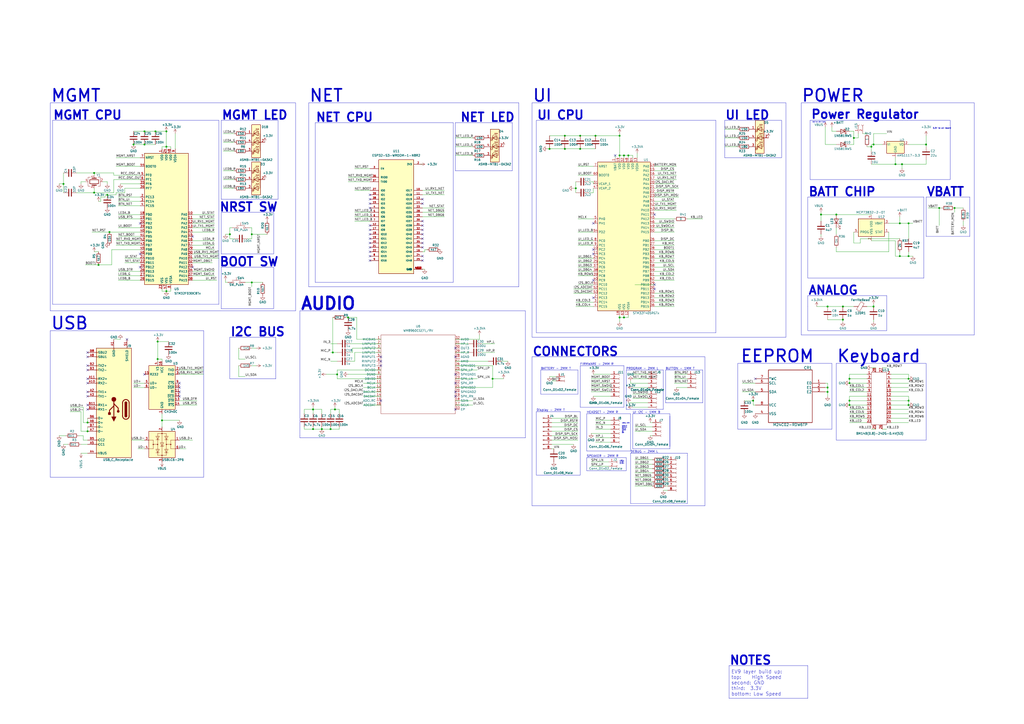
<source format=kicad_sch>
(kicad_sch (version 20230121) (generator eeschema)
  (paper "A2")
  (title_block (title "EV9 - FINN BERG") (date "2023-10-02") (company "CISCO SYSTEMS"))
  (junction (at 492.76 234.95))
  (junction (at 96.52 168.91))
  (junction (at 334.01 109.22))
  (junction (at 506.73 83.82))
  (junction (at 488.95 185.42))
  (junction (at 54.61 111.76))
  (junction (at 492.76 232.41))
  (junction (at 492.76 219.71))
  (junction (at 537.21 83.82))
  (junction (at 57.15 153.67))
  (junction (at 194.31 237.49))
  (junction (at 523.24 95.25))
  (junction (at 77.47 83.82))
  (junction (at 345.44 78.74))
  (junction (at 336.55 86.36))
  (junction (at 359.41 90.17))
  (junction (at 476.25 124.46))
  (junction (at 96.52 85.09))
  (junction (at 359.41 184.15))
  (junction (at 133.35 135.89))
  (junction (at 521.97 129.54))
  (junction (at 527.05 148.59))
  (junction (at 327.66 78.74))
  (junction (at 181.61 248.92))
  (junction (at 527.05 232.41))
  (junction (at 436.88 232.41))
  (junction (at 181.61 237.49))
  (junction (at 488.95 177.8))
  (junction (at 480.06 224.79))
  (junction (at 361.95 90.17))
  (junction (at 327.66 86.36))
  (junction (at 285.75 219.71))
  (junction (at 50.8 245.11))
  (junction (at 527.05 234.95))
  (junction (at 90.17 76.2))
  (junction (at 336.55 78.74))
  (junction (at 506.73 177.8))
  (junction (at 480.06 227.33))
  (junction (at 485.14 124.46))
  (junction (at 195.58 217.17))
  (junction (at 505.46 85.09))
  (junction (at 201.93 184.15))
  (junction (at 96.52 76.2))
  (junction (at 62.23 113.03))
  (junction (at 63.5 134.62))
  (junction (at 83.82 76.2))
  (junction (at 521.97 148.59))
  (junction (at 527.05 129.54))
  (junction (at 146.05 135.89))
  (junction (at 191.77 248.92))
  (junction (at 553.72 120.65))
  (junction (at 50.8 250.19))
  (junction (at 318.77 86.36))
  (junction (at 193.04 204.47))
  (junction (at 36.83 106.68))
  (junction (at 544.83 120.65))
  (junction (at 93.98 243.84))
  (junction (at 83.82 83.82))
  (junction (at 519.43 95.25))
  (junction (at 492.76 222.25))
  (junction (at 495.3 80.01))
  (junction (at 359.41 78.74))
  (junction (at 480.06 177.8))
  (junction (at 527.05 219.71))
  (junction (at 361.95 184.15))
  (junction (at 146.05 163.83))
  (junction (at 364.49 90.17))
  (junction (at 91.44 208.28))
  (junction (at 54.61 100.33))
  (junction (at 91.44 198.12))
  (junction (at 186.69 248.92))
  (no_connect (at 104.14 222.25))
  (no_connect (at 344.17 172.72))
  (no_connect (at 50.8 207.01))
  (no_connect (at 214.63 113.03))
  (no_connect (at 245.11 148.59))
  (no_connect (at 245.11 133.35))
  (no_connect (at 81.28 154.94))
  (no_connect (at 111.76 154.94))
  (no_connect (at 214.63 151.13))
  (no_connect (at 50.8 222.25))
  (no_connect (at 344.17 162.56))
  (no_connect (at 264.16 237.49))
  (no_connect (at 245.11 128.27))
  (no_connect (at 220.98 232.41))
  (no_connect (at 214.63 146.05))
  (no_connect (at 214.63 118.11))
  (no_connect (at 245.11 135.89))
  (no_connect (at 50.8 212.09))
  (no_connect (at 50.8 234.95))
  (no_connect (at 50.8 214.63))
  (no_connect (at 214.63 133.35))
  (no_connect (at 245.11 118.11))
  (no_connect (at 214.63 148.59))
  (no_connect (at 50.8 219.71))
  (no_connect (at 245.11 130.81))
  (no_connect (at 214.63 140.97))
  (no_connect (at 245.11 143.51))
  (no_connect (at 83.82 217.17))
  (no_connect (at 264.16 229.87))
  (no_connect (at 73.66 196.85))
  (no_connect (at 220.98 209.55))
  (no_connect (at 264.16 217.17))
  (no_connect (at 245.11 138.43))
  (no_connect (at 214.63 135.89))
  (no_connect (at 379.73 167.64))
  (no_connect (at 356.87 90.17))
  (no_connect (at 214.63 138.43))
  (no_connect (at 104.14 229.87))
  (no_connect (at 50.8 227.33))
  (no_connect (at 81.28 129.54))
  (no_connect (at 50.8 229.87))
  (no_connect (at 220.98 207.01))
  (no_connect (at 214.63 120.65))
  (no_connect (at 245.11 115.57))
  (no_connect (at 264.16 227.33))
  (no_connect (at 344.17 144.78))
  (no_connect (at 81.28 147.32))
  (no_connect (at 245.11 151.13))
  (no_connect (at 438.15 219.71))
  (no_connect (at 379.73 124.46))
  (no_connect (at 104.14 224.79))
  (no_connect (at 214.63 143.51))
  (no_connect (at 264.16 207.01))
  (no_connect (at 50.8 237.49))
  (no_connect (at 214.63 130.81))
  (no_connect (at 264.16 201.93))
  (no_connect (at 220.98 212.09))
  (no_connect (at 245.11 140.97))
  (no_connect (at 264.16 222.25))
  (no_connect (at 214.63 115.57))
  (no_connect (at 111.76 137.16))
  (no_connect (at 104.14 227.33))
  (no_connect (at 344.17 147.32))
  (no_connect (at 344.17 129.54))
  (no_connect (at 379.73 165.1))
  (no_connect (at 50.8 204.47))
  (wire (pts (xy 492.76 229.87) (xy 492.76 232.41)))
  (wire (pts (xy 492.76 240.03) (xy 502.92 240.03)))
  (wire (pts (xy 505.46 213.36) (xy 508 213.36)))
  (polyline (pts (xy 118.11 276.86) (xy 29.21 276.86)))
  (wire (pts (xy 111.76 160.02) (xy 124.46 160.02)))
  (wire (pts (xy 48.26 236.22) (xy 40.64 236.22)))
  (polyline (pts (xy 407.67 214.63) (xy 407.67 233.68)))
  (wire (pts (xy 245.11 125.73) (xy 257.81 125.73)))
  (wire (pts (xy 76.2 255.27) (xy 83.82 255.27)))
  (polyline (pts (xy 264.16 71.12) (xy 297.18 71.12)))
  (wire (pts (xy 285.75 212.09) (xy 285.75 219.71)))
  (wire (pts (xy 379.73 132.08) (xy 391.16 132.08)))
  (wire (pts (xy 83.82 83.82) (xy 90.17 83.82)))
  (wire (pts (xy 129.54 99.06) (xy 135.89 99.06)))
  (wire (pts (xy 204.47 201.93) (xy 204.47 204.47)))
  (wire (pts (xy 99.06 168.91) (xy 96.52 168.91)))
  (wire (pts (xy 391.16 219.71) (xy 398.78 219.71)))
  (wire (pts (xy 359.41 184.15) (xy 361.95 184.15)))
  (wire (pts (xy 387.35 271.78) (xy 386.08 271.78)))
  (wire (pts (xy 480.06 224.79) (xy 480.06 227.33)))
  (wire (pts (xy 379.73 129.54) (xy 391.16 129.54)))
  (polyline (pts (xy 308.61 195.58) (xy 308.61 59.69)))
  (wire (pts (xy 482.6 76.2) (xy 485.14 76.2)))
  (wire (pts (xy 148.59 212.09) (xy 146.05 212.09)))
  (wire (pts (xy 544.83 120.65) (xy 544.83 130.81)))
  (wire (pts (xy 332.74 109.22) (xy 334.01 109.22)))
  (wire (pts (xy 111.76 147.32) (xy 127 147.32)))
  (polyline (pts (xy 464.82 59.69) (xy 468.63 59.69)))
  (wire (pts (xy 335.28 152.4) (xy 344.17 152.4)))
  (wire (pts (xy 46.99 250.19) (xy 46.99 238.76)))
  (wire (pts (xy 96.52 85.09) (xy 96.52 76.2)))
  (wire (pts (xy 335.28 142.24) (xy 344.17 142.24)))
  (wire (pts (xy 336.55 86.36) (xy 345.44 86.36)))
  (wire (pts (xy 246.38 144.78) (xy 246.38 146.05)))
  (wire (pts (xy 379.73 104.14) (xy 392.43 104.14)))
  (polyline (pts (xy 300.99 166.37) (xy 179.07 166.37)))
  (wire (pts (xy 335.28 149.86) (xy 344.17 149.86)))
  (wire (pts (xy 205.74 97.79) (xy 214.63 97.79)))
  (wire (pts (xy 132.08 163.83) (xy 130.81 163.83)))
  (wire (pts (xy 521.97 138.43) (xy 499.11 138.43)))
  (polyline (pts (xy 336.55 212.09) (xy 361.95 212.09)))
  (polyline (pts (xy 336.55 275.59) (xy 311.15 275.59)))
  (wire (pts (xy 342.9 222.25) (xy 354.33 222.25)))
  (wire (pts (xy 521.97 129.54) (xy 521.97 125.73)))
  (wire (pts (xy 492.76 245.11) (xy 502.92 245.11)))
  (wire (pts (xy 146.05 201.93) (xy 148.59 201.93)))
  (wire (pts (xy 59.69 105.41) (xy 62.23 105.41)))
  (wire (pts (xy 497.84 80.01) (xy 495.3 80.01)))
  (polyline (pts (xy 562.61 114.3) (xy 562.61 137.16)))
  (wire (pts (xy 480.06 185.42) (xy 488.95 185.42)))
  (wire (pts (xy 245.11 123.19) (xy 257.81 123.19)))
  (wire (pts (xy 39.37 257.81) (xy 36.83 257.81)))
  (wire (pts (xy 359.41 182.88) (xy 359.41 184.15)))
  (wire (pts (xy 46.99 262.89) (xy 50.8 262.89)))
  (wire (pts (xy 220.98 217.17) (xy 201.93 217.17)))
  (wire (pts (xy 60.96 113.03) (xy 62.23 113.03)))
  (polyline (pts (xy 565.15 194.31) (xy 464.82 194.31)))
  (wire (pts (xy 101.6 77.47) (xy 101.6 86.36)))
  (wire (pts (xy 193.04 184.15) (xy 193.04 204.47)))
  (wire (pts (xy 210.82 222.25) (xy 220.98 222.25)))
  (polyline (pts (xy 313.69 214.63) (xy 335.28 214.63)))
  (wire (pts (xy 111.76 152.4) (xy 123.19 152.4)))
  (wire (pts (xy 521.97 146.05) (xy 521.97 148.59)))
  (polyline (pts (xy 551.18 69.85) (xy 551.18 104.14)))
  (wire (pts (xy 264.16 209.55) (xy 283.21 209.55)))
  (polyline (pts (xy 421.64 69.85) (xy 453.39 69.85)))
  (wire (pts (xy 245.11 156.21) (xy 246.38 156.21)))
  (wire (pts (xy 191.77 199.39) (xy 195.58 199.39)))
  (wire (pts (xy 191.77 247.65) (xy 191.77 248.92)))
  (wire (pts (xy 77.47 83.82) (xy 83.82 83.82)))
  (wire (pts (xy 495.3 76.2) (xy 495.3 80.01)))
  (wire (pts (xy 344.17 106.68) (xy 344.17 105.41)))
  (polyline (pts (xy 118.11 191.77) (xy 118.11 276.86)))
  (wire (pts (xy 49.53 105.41) (xy 46.99 105.41)))
  (polyline (pts (xy 304.8 254) (xy 304.8 180.34)))
  (wire (pts (xy 245.11 120.65) (xy 257.81 120.65)))
  (wire (pts (xy 111.76 134.62) (xy 124.46 134.62)))
  (wire (pts (xy 379.73 127) (xy 391.16 127)))
  (wire (pts (xy 327.66 78.74) (xy 336.55 78.74)))
  (wire (pts (xy 176.53 248.92) (xy 181.61 248.92)))
  (wire (pts (xy 45.72 252.73) (xy 48.26 252.73)))
  (wire (pts (xy 379.73 165.1) (xy 368.3 165.1)))
  (wire (pts (xy 378.4702 276.86) (xy 368.3 276.86)))
  (wire (pts (xy 335.28 96.52) (xy 344.17 96.52)))
  (polyline (pts (xy 415.29 193.04) (xy 415.29 69.85)))
  (wire (pts (xy 519.43 148.59) (xy 521.97 148.59)))
  (wire (pts (xy 96.52 85.09) (xy 96.52 86.36)))
  (wire (pts (xy 379.73 101.6) (xy 392.43 101.6)))
  (wire (pts (xy 345.44 256.54) (xy 354.33 256.54)))
  (wire (pts (xy 492.76 227.33) (xy 502.92 227.33)))
  (wire (pts (xy 205.74 110.49) (xy 214.63 110.49)))
  (wire (pts (xy 488.95 177.8) (xy 495.3 177.8)))
  (polyline (pts (xy 535.94 161.29) (xy 468.63 161.29)))
  (wire (pts (xy 523.24 95.25) (xy 523.24 97.79)))
  (wire (pts (xy 345.44 78.74) (xy 359.41 78.74)))
  (wire (pts (xy 544.83 120.65) (xy 546.1 120.65)))
  (wire (pts (xy 34.29 252.73) (xy 38.1 252.73)))
  (wire (pts (xy 476.25 124.46) (xy 485.14 124.46)))
  (wire (pts (xy 392.43 224.79) (xy 398.78 224.79)))
  (polyline (pts (xy 537.21 210.82) (xy 485.14 210.82)))
  (wire (pts (xy 558.8 128.27) (xy 558.8 130.81)))
  (wire (pts (xy 196.85 237.49) (xy 194.31 237.49)))
  (wire (pts (xy 379.73 154.94) (xy 391.16 154.94)))
  (wire (pts (xy 553.72 120.65) (xy 553.72 123.19)))
  (wire (pts (xy 505.46 95.25) (xy 519.43 95.25)))
  (wire (pts (xy 64.77 144.78) (xy 64.77 153.67)))
  (wire (pts (xy 58.42 114.3) (xy 60.96 114.3)))
  (wire (pts (xy 264.16 214.63) (xy 276.86 214.63)))
  (wire (pts (xy 129.54 77.47) (xy 135.89 77.47)))
  (wire (pts (xy 204.47 201.93) (xy 220.98 201.93)))
  (wire (pts (xy 138.43 218.44) (xy 142.24 218.44)))
  (wire (pts (xy 104.14 234.95) (xy 114.3 234.95)))
  (wire (pts (xy 53.34 134.62) (xy 63.5 134.62)))
  (wire (pts (xy 492.76 234.95) (xy 502.92 234.95)))
  (wire (pts (xy 335.28 139.7) (xy 344.17 139.7)))
  (wire (pts (xy 359.41 90.17) (xy 361.95 90.17)))
  (wire (pts (xy 135.89 138.43) (xy 133.35 138.43)))
  (wire (pts (xy 365.76 222.25) (xy 375.92 222.25)))
  (wire (pts (xy 492.76 232.41) (xy 492.76 234.95)))
  (wire (pts (xy 196.85 237.49) (xy 196.85 240.03)))
  (polyline (pts (xy 365.76 292.1) (xy 398.78 292.1)))
  (wire (pts (xy 111.76 162.56) (xy 125.73 162.56)))
  (wire (pts (xy 334.01 109.22) (xy 334.01 111.76)))
  (polyline (pts (xy 468.63 177.8) (xy 468.63 191.77)))
  (polyline (pts (xy 365.76 261.62) (xy 340.36 261.62)))
  (wire (pts (xy 264.16 212.09) (xy 285.75 212.09)))
  (wire (pts (xy 96.52 167.64) (xy 96.52 168.91)))
  (polyline (pts (xy 161.29 115.57) (xy 128.27 115.57)))
  (polyline (pts (xy 365.76 262.89) (xy 398.78 262.89)))
  (polyline (pts (xy 311.15 238.76) (xy 336.55 238.76)))
  (wire (pts (xy 359.41 184.15) (xy 359.41 186.69)))
  (wire (pts (xy 210.82 227.33) (xy 220.98 227.33)))
  (polyline (pts (xy 128.27 69.85) (xy 161.29 69.85)))
  (polyline (pts (xy 160.02 219.71) (xy 160.02 195.58)))
  (wire (pts (xy 191.77 237.49) (xy 191.77 240.03)))
  (polyline (pts (xy 464.82 194.31) (xy 464.82 59.69)))
  (wire (pts (xy 478.79 224.79) (xy 480.06 224.79)))
  (polyline (pts (xy 384.81 237.49) (xy 363.22 237.49)))
  (wire (pts (xy 492.76 83.82) (xy 495.3 83.82)))
  (wire (pts (xy 245.11 110.49) (xy 257.81 110.49)))
  (wire (pts (xy 245.11 113.03) (xy 257.81 113.03)))
  (polyline (pts (xy 469.9 69.85) (xy 469.9 104.14)))
  (wire (pts (xy 492.76 232.41) (xy 502.92 232.41)))
  (wire (pts (xy 398.78 127) (xy 407.67 127)))
  (wire (pts (xy 391.16 222.25) (xy 398.78 222.25)))
  (wire (pts (xy 427.99 85.09) (xy 420.37 85.09)))
  (wire (pts (xy 318.77 78.74) (xy 327.66 78.74)))
  (wire (pts (xy 344.17 229.87) (xy 354.33 229.87)))
  (wire (pts (xy 516.89 217.17) (xy 527.05 217.17)))
  (wire (pts (xy 176.53 237.49) (xy 176.53 240.03)))
  (polyline (pts (xy 422.91 386.08) (xy 468.63 386.08)))
  (wire (pts (xy 77.47 222.25) (xy 83.82 222.25)))
  (wire (pts (xy 473.71 177.8) (xy 480.06 177.8)))
  (wire (pts (xy 129.54 87.63) (xy 135.89 87.63)))
  (polyline (pts (xy 363.22 214.63) (xy 384.81 214.63)))
  (wire (pts (xy 67.31 111.76) (xy 67.31 113.03)))
  (polyline (pts (xy 308.61 293.37) (xy 308.61 207.01)))
  (wire (pts (xy 320.04 255.27) (xy 335.28 255.27)))
  (wire (pts (xy 427.99 74.93) (xy 420.37 74.93)))
  (wire (pts (xy 379.73 172.72) (xy 391.16 172.72)))
  (wire (pts (xy 359.41 77.47) (xy 359.41 78.74)))
  (wire (pts (xy 378.46 269.24) (xy 368.3 269.24)))
  (wire (pts (xy 50.8 250.19) (xy 46.99 250.19)))
  (polyline (pts (xy 304.8 180.34) (xy 181.61 180.34)))
  (wire (pts (xy 201.93 105.41) (xy 214.63 105.41)))
  (wire (pts (xy 499.11 138.43) (xy 499.11 140.97)))
  (wire (pts (xy 80.01 260.35) (xy 83.82 260.35)))
  (wire (pts (xy 320.04 245.11) (xy 335.28 245.11)))
  (polyline (pts (xy 342.9 240.03) (xy 365.76 240.03)))
  (wire (pts (xy 334.01 177.8) (xy 344.17 177.8)))
  (wire (pts (xy 207.01 196.85) (xy 220.98 196.85)))
  (wire (pts (xy 320.04 260.35) (xy 321.31 260.35)))
  (wire (pts (xy 361.95 90.17) (xy 364.49 90.17)))
  (wire (pts (xy 205.74 204.47) (xy 205.74 209.55)))
  (wire (pts (xy 345.44 243.84) (xy 354.33 243.84)))
  (wire (pts (xy 93.98 208.28) (xy 93.98 209.55)))
  (wire (pts (xy 274.32 85.09) (xy 264.16 85.09)))
  (wire (pts (xy 210.82 229.87) (xy 220.98 229.87)))
  (wire (pts (xy 203.2 199.39) (xy 220.98 199.39)))
  (wire (pts (xy 81.28 144.78) (xy 64.77 144.78)))
  (polyline (pts (xy 398.78 262.89) (xy 398.78 264.16)))
  (wire (pts (xy 379.73 116.84) (xy 391.16 116.84)))
  (wire (pts (xy 320.04 250.19) (xy 335.28 250.19)))
  (wire (pts (xy 186.69 248.92) (xy 186.69 247.65)))
  (wire (pts (xy 553.72 120.65) (xy 558.8 120.65)))
  (wire (pts (xy 478.79 222.25) (xy 480.06 222.25)))
  (wire (pts (xy 506.73 77.47) (xy 514.35 77.47)))
  (wire (pts (xy 485.14 132.08) (xy 485.14 135.89)))
  (wire (pts (xy 318.77 86.36) (xy 327.66 86.36)))
  (wire (pts (xy 49.53 153.67) (xy 57.15 153.67)))
  (polyline (pts (xy 408.94 293.37) (xy 308.61 293.37)))
  (wire (pts (xy 144.78 132.08) (xy 146.05 132.08)))
  (polyline (pts (xy 336.55 236.22) (xy 336.55 212.09)))
  (polyline (pts (xy 297.18 99.06) (xy 264.16 99.06)))
  (wire (pts (xy 181.61 237.49) (xy 176.53 237.49)))
  (wire (pts (xy 67.31 139.7) (xy 81.28 139.7)))
  (wire (pts (xy 320.04 252.73) (xy 335.28 252.73)))
  (polyline (pts (xy 535.94 114.3) (xy 535.94 161.29)))
  (wire (pts (xy 379.73 147.32) (xy 391.16 147.32)))
  (wire (pts (xy 364.49 90.17) (xy 364.49 91.44)))
  (polyline (pts (xy 297.18 71.12) (xy 297.18 99.06)))
  (wire (pts (xy 436.88 234.95) (xy 436.88 232.41)))
  (wire (pts (xy 482.6 73.66) (xy 482.6 76.2)))
  (polyline (pts (xy 453.39 69.85) (xy 453.39 91.44)))
  (wire (pts (xy 68.58 114.3) (xy 81.28 114.3)))
  (wire (pts (xy 521.97 148.59) (xy 527.05 148.59)))
  (wire (pts (xy 68.58 124.46) (xy 81.28 124.46)))
  (wire (pts (xy 527.05 83.82) (xy 537.21 83.82)))
  (wire (pts (xy 207.01 196.85) (xy 207.01 184.15)))
  (wire (pts (xy 506.73 185.42) (xy 506.73 186.69)))
  (wire (pts (xy 186.69 237.49) (xy 181.61 237.49)))
  (wire (pts (xy 186.69 237.49) (xy 186.69 240.03)))
  (wire (pts (xy 344.17 111.76) (xy 341.63 111.76)))
  (wire (pts (xy 505.46 248.92) (xy 508 248.92)))
  (wire (pts (xy 130.81 163.83) (xy 130.81 162.56)))
  (wire (pts (xy 478.79 73.66) (xy 478.79 83.82)))
  (wire (pts (xy 93.98 243.84) (xy 93.98 247.65)))
  (wire (pts (xy 200.66 184.15) (xy 201.93 184.15)))
  (wire (pts (xy 69.85 106.68) (xy 81.28 106.68)))
  (wire (pts (xy 478.79 227.33) (xy 480.06 227.33)))
  (wire (pts (xy 515.62 129.54) (xy 521.97 129.54)))
  (wire (pts (xy 386.08 266.7) (xy 387.35 266.7)))
  (polyline (pts (xy 485.14 255.27) (xy 537.21 255.27)))
  (wire (pts (xy 480.06 222.25) (xy 480.06 224.79)))
  (wire (pts (xy 83.82 76.2) (xy 90.17 76.2)))
  (wire (pts (xy 516.89 240.03) (xy 527.05 240.03)))
  (wire (pts (xy 91.44 198.12) (xy 97.79 198.12)))
  (wire (pts (xy 500.38 77.47) (xy 502.92 77.47)))
  (wire (pts (xy 492.76 237.49) (xy 502.92 237.49)))
  (wire (pts (xy 195.58 214.63) (xy 220.98 214.63)))
  (wire (pts (xy 243.84 95.25) (xy 245.11 95.25)))
  (polyline (pts (xy 363.22 237.49) (xy 363.22 214.63)))
  (wire (pts (xy 502.92 177.8) (xy 506.73 177.8)))
  (wire (pts (xy 505.46 83.82) (xy 506.73 83.82)))
  (polyline (pts (xy 469.9 69.85) (xy 551.18 69.85)))
  (wire (pts (xy 537.21 78.74) (xy 537.21 83.82)))
  (wire (pts (xy 379.73 157.48) (xy 391.16 157.48)))
  (wire (pts (xy 519.43 91.44) (xy 519.43 95.25)))
  (polyline (pts (xy 468.63 114.3) (xy 535.94 114.3)))
  (wire (pts (xy 205.74 125.73) (xy 214.63 125.73)))
  (wire (pts (xy 379.73 119.38) (xy 392.43 119.38)))
  (wire (pts (xy 514.35 248.92) (xy 511.81 248.92)))
  (wire (pts (xy 516.89 224.79) (xy 527.05 224.79)))
  (wire (pts (xy 332.74 170.18) (xy 344.17 170.18)))
  (wire (pts (xy 69.85 196.85) (xy 66.04 196.85)))
  (wire (pts (xy 391.16 217.17) (xy 398.78 217.17)))
  (wire (pts (xy 205.74 204.47) (xy 220.98 204.47)))
  (wire (pts (xy 318.77 86.36) (xy 317.5 86.36)))
  (wire (pts (xy 361.95 90.17) (xy 361.95 91.44)))
  (wire (pts (xy 492.76 217.17) (xy 502.92 217.17)))
  (wire (pts (xy 196.85 247.65) (xy 196.85 248.92)))
  (wire (pts (xy 54.61 100.33) (xy 54.61 101.6)))
  (polyline (pts (xy 304.8 254) (xy 173.99 254)))
  (wire (pts (xy 138.43 212.09) (xy 138.43 218.44)))
  (wire (pts (xy 93.98 85.09) (xy 96.52 85.09)))
  (wire (pts (xy 344.17 105.41) (xy 341.63 105.41)))
  (wire (pts (xy 44.45 111.76) (xy 54.61 111.76)))
  (wire (pts (xy 342.9 270.51) (xy 353.06 270.51)))
  (wire (pts (xy 193.04 204.47) (xy 195.58 204.47)))
  (wire (pts (xy 492.76 217.17) (xy 492.76 219.71)))
  (wire (pts (xy 146.05 163.83) (xy 152.4 163.83)))
  (wire (pts (xy 495.3 134.62) (xy 495.3 140.97)))
  (wire (pts (xy 99.06 85.09) (xy 96.52 85.09)))
  (wire (pts (xy 72.39 149.86) (xy 81.28 149.86)))
  (wire (pts (xy 93.98 240.03) (xy 93.98 243.84)))
  (polyline (pts (xy 365.76 262.89) (xy 365.76 292.1)))
  (wire (pts (xy 142.24 163.83) (xy 146.05 163.83)))
  (polyline (pts (xy 482.6 210.82) (xy 482.6 248.92)))
  (wire (pts (xy 499.11 140.97) (xy 495.3 140.97)))
  (wire (pts (xy 511.81 83.82) (xy 506.73 83.82)))
  (wire (pts (xy 54.61 109.22) (xy 54.61 111.76)))
  (wire (pts (xy 104.14 260.35) (xy 107.95 260.35)))
  (polyline (pts (xy 427.99 210.82) (xy 482.6 210.82)))
  (wire (pts (xy 334.01 175.26) (xy 344.17 175.26)))
  (wire (pts (xy 538.48 120.65) (xy 544.83 120.65)))
  (wire (pts (xy 516.89 229.87) (xy 527.05 229.87)))
  (wire (pts (xy 438.15 234.95) (xy 436.88 234.95)))
  (wire (pts (xy 66.04 111.76) (xy 54.61 111.76)))
  (polyline (pts (xy 181.61 180.34) (xy 173.99 180.34)))
  (polyline (pts (xy 308.61 207.01) (xy 408.94 207.01)))
  (wire (pts (xy 36.83 106.68) (xy 36.83 111.76)))
  (wire (pts (xy 146.05 135.89) (xy 154.94 135.89)))
  (polyline (pts (xy 537.21 137.16) (xy 537.21 114.3)))
  (wire (pts (xy 320.04 257.81) (xy 332.74 257.81)))
  (polyline (pts (xy 29.21 276.86) (xy 29.21 191.77)))
  (polyline (pts (xy 127 69.85) (xy 127 176.53)))
  (wire (pts (xy 327.66 86.36) (xy 336.55 86.36)))
  (wire (pts (xy 111.76 127) (xy 124.46 127)))
  (wire (pts (xy 205.74 209.55) (xy 203.2 209.55)))
  (wire (pts (xy 342.9 251.46) (xy 354.33 251.46)))
  (wire (pts (xy 502.92 85.09) (xy 505.46 85.09)))
  (wire (pts (xy 133.35 138.43) (xy 133.35 135.89)))
  (wire (pts (xy 67.31 91.44) (xy 81.28 91.44)))
  (wire (pts (xy 356.87 91.44) (xy 356.87 90.17)))
  (wire (pts (xy 264.16 219.71) (xy 276.86 219.71)))
  (wire (pts (xy 99.06 167.64) (xy 99.06 168.91)))
  (polyline (pts (xy 420.37 69.85) (xy 421.64 69.85)))
  (wire (pts (xy 93.98 167.64) (xy 93.98 168.91)))
  (polyline (pts (xy 361.95 236.22) (xy 336.55 236.22)))
  (polyline (pts (xy 128.27 69.85) (xy 128.27 115.57)))
  (wire (pts (xy 204.47 204.47) (xy 203.2 204.47)))
  (wire (pts (xy 36.83 106.68) (xy 34.29 106.68)))
  (wire (pts (xy 516.89 232.41) (xy 527.05 232.41)))
  (wire (pts (xy 210.82 234.95) (xy 220.98 234.95)))
  (wire (pts (xy 369.57 88.9) (xy 369.57 91.44)))
  (wire (pts (xy 359.41 90.17) (xy 359.41 91.44)))
  (wire (pts (xy 90.17 76.2) (xy 96.52 76.2)))
  (polyline (pts (xy 311.15 193.04) (xy 415.29 193.04)))
  (wire (pts (xy 361.95 184.15) (xy 364.49 184.15)))
  (polyline (pts (xy 363.22 265.43) (xy 363.22 273.05)))
  (wire (pts (xy 345.44 254) (xy 354.33 254)))
  (polyline (pts (xy 514.35 171.45) (xy 468.63 171.45)))
  (wire (pts (xy 342.9 219.71) (xy 354.33 219.71)))
  (wire (pts (xy 379.73 144.78) (xy 391.16 144.78)))
  (wire (pts (xy 194.31 237.49) (xy 191.77 237.49)))
  (polyline (pts (xy 311.15 238.76) (xy 311.15 275.59)))
  (wire (pts (xy 77.47 76.2) (xy 83.82 76.2)))
  (wire (pts (xy 44.45 100.33) (xy 54.61 100.33)))
  (polyline (pts (xy 262.89 163.83) (xy 262.89 71.12)))
  (wire (pts (xy 176.53 247.65) (xy 176.53 248.92)))
  (wire (pts (xy 492.76 229.87) (xy 502.92 229.87)))
  (polyline (pts (xy 171.45 180.34) (xy 29.21 180.34)))
  (polyline (pts (xy 485.14 210.82) (xy 485.14 210.82)))
  (wire (pts (xy 181.61 247.65) (xy 181.61 248.92)))
  (wire (pts (xy 379.73 134.62) (xy 391.16 134.62)))
  (wire (pts (xy 264.16 199.39) (xy 271.78 199.39)))
  (wire (pts (xy 368.3 266.7) (xy 378.46 266.7)))
  (polyline (pts (xy 455.93 195.58) (xy 308.61 195.58)))
  (wire (pts (xy 50.8 245.11) (xy 48.26 245.11)))
  (polyline (pts (xy 340.36 273.05) (xy 340.36 265.43)))
  (wire (pts (xy 72.39 111.76) (xy 67.31 111.76)))
  (polyline (pts (xy 514.35 191.77) (xy 514.35 171.45)))
  (wire (pts (xy 48.26 255.27) (xy 50.8 255.27)))
  (polyline (pts (xy 160.02 195.58) (xy 133.35 195.58)))
  (wire (pts (xy 318.77 218.44) (xy 322.58 218.44)))
  (wire (pts (xy 480.06 227.33) (xy 480.06 229.87)))
  (wire (pts (xy 91.44 208.28) (xy 93.98 208.28)))
  (polyline (pts (xy 29.21 191.77) (xy 118.11 191.77)))
  (wire (pts (xy 285.75 219.71) (xy 285.75 224.79)))
  (wire (pts (xy 335.28 127) (xy 344.17 127)))
  (wire (pts (xy 476.25 135.89) (xy 476.25 137.16)))
  (wire (pts (xy 335.28 165.1) (xy 344.17 165.1)))
  (wire (pts (xy 480.06 177.8) (xy 488.95 177.8)))
  (wire (pts (xy 195.58 214.63) (xy 195.58 217.17)))
  (wire (pts (xy 361.95 182.88) (xy 361.95 184.15)))
  (polyline (pts (xy 408.94 207.01) (xy 408.94 293.37)))
  (wire (pts (xy 505.46 85.09) (xy 505.46 87.63)))
  (wire (pts (xy 91.44 198.12) (xy 91.44 208.28)))
  (wire (pts (xy 335.28 101.6) (xy 344.17 101.6)))
  (polyline (pts (xy 133.35 219.71) (xy 160.02 219.71)))
  (wire (pts (xy 91.44 208.28) (xy 91.44 209.55)))
  (wire (pts (xy 66.04 100.33) (xy 54.61 100.33)))
  (polyline (pts (xy 365.76 240.03) (xy 365.76 261.62)))
  (wire (pts (xy 537.21 92.71) (xy 537.21 95.25)))
  (polyline (pts (xy 537.21 114.3) (xy 562.61 114.3)))
  (polyline (pts (xy 388.62 260.35) (xy 367.03 260.35)))
  (wire (pts (xy 72.39 152.4) (xy 81.28 152.4)))
  (wire (pts (xy 537.21 83.82) (xy 537.21 85.09)))
  (wire (pts (xy 378.46 281.94) (xy 368.3 281.94)))
  (wire (pts (xy 492.76 224.79) (xy 502.92 224.79)))
  (wire (pts (xy 342.9 224.79) (xy 354.33 224.79)))
  (polyline (pts (xy 311.15 69.85) (xy 415.29 69.85)))
  (wire (pts (xy 516.89 219.71) (xy 527.05 219.71)))
  (wire (pts (xy 143.51 138.43) (xy 146.05 138.43)))
  (wire (pts (xy 111.76 142.24) (xy 124.46 142.24)))
  (wire (pts (xy 66.04 101.6) (xy 81.28 101.6)))
  (wire (pts (xy 195.58 219.71) (xy 220.98 219.71)))
  (polyline (pts (xy 565.15 59.69) (xy 565.15 194.31)))
  (wire (pts (xy 516.89 222.25) (xy 527.05 222.25)))
  (polyline (pts (xy 179.07 166.37) (xy 179.07 59.69)))
  (wire (pts (xy 367.03 231.14) (xy 375.92 231.14)))
  (wire (pts (xy 336.55 78.74) (xy 345.44 78.74)))
  (wire (pts (xy 93.98 168.91) (xy 96.52 168.91)))
  (polyline (pts (xy 453.39 91.44) (xy 420.37 91.44)))
  (wire (pts (xy 68.58 127) (xy 81.28 127)))
  (wire (pts (xy 516.89 237.49) (xy 527.05 237.49)))
  (wire (pts (xy 68.58 162.56) (xy 81.28 162.56)))
  (wire (pts (xy 36.83 100.33) (xy 36.83 106.68)))
  (wire (pts (xy 505.46 139.7) (xy 519.43 139.7)))
  (wire (pts (xy 492.76 219.71) (xy 502.92 219.71)))
  (polyline (pts (xy 171.45 59.69) (xy 171.45 180.34)))
  (wire (pts (xy 527.05 138.43) (xy 527.05 129.54)))
  (wire (pts (xy 379.73 106.68) (xy 391.16 106.68)))
  (wire (pts (xy 247.65 144.78) (xy 246.38 144.78)))
  (wire (pts (xy 379.73 96.52) (xy 392.43 96.52)))
  (wire (pts (xy 68.58 157.48) (xy 81.28 157.48)))
  (wire (pts (xy 345.44 246.38) (xy 354.33 246.38)))
  (wire (pts (xy 485.14 146.05) (xy 515.62 146.05)))
  (wire (pts (xy 320.04 220.98) (xy 322.58 220.98)))
  (wire (pts (xy 386.08 281.94) (xy 387.35 281.94)))
  (polyline (pts (xy 551.18 104.14) (xy 469.9 104.14)))
  (wire (pts (xy 54.61 146.05) (xy 57.15 146.05)))
  (wire (pts (xy 379.73 160.02) (xy 391.16 160.02)))
  (polyline (pts (xy 384.81 214.63) (xy 384.81 237.49)))
  (wire (pts (xy 367.03 90.17) (xy 367.03 91.44)))
  (wire (pts (xy 379.73 170.18) (xy 391.16 170.18)))
  (wire (pts (xy 379.73 152.4) (xy 391.16 152.4)))
  (wire (pts (xy 335.28 160.02) (xy 344.17 160.02)))
  (polyline (pts (xy 173.99 254) (xy 173.99 252.73)))
  (wire (pts (xy 68.58 116.84) (xy 81.28 116.84)))
  (polyline (pts (xy 468.63 171.45) (xy 468.63 177.8)))
  (wire (pts (xy 378.46 271.78) (xy 368.3 271.78)))
  (wire (pts (xy 516.89 245.11) (xy 527.05 245.11)))
  (wire (pts (xy 66.04 101.6) (xy 66.04 100.33)))
  (wire (pts (xy 523.24 95.25) (xy 537.21 95.25)))
  (polyline (pts (xy 485.14 210.82) (xy 485.14 255.27)))
  (wire (pts (xy 104.14 217.17) (xy 118.11 217.17)))
  (wire (pts (xy 492.76 76.2) (xy 495.3 76.2)))
  (wire (pts (xy 476.25 123.19) (xy 476.25 124.46)))
  (wire (pts (xy 335.28 157.48) (xy 344.17 157.48)))
  (wire (pts (xy 488.95 185.42) (xy 488.95 186.69)))
  (wire (pts (xy 264.16 232.41) (xy 274.32 232.41)))
  (wire (pts (xy 379.73 109.22) (xy 393.7 109.22)))
  (polyline (pts (xy 427.99 248.92) (xy 427.99 210.82)))
  (wire (pts (xy 342.9 227.33) (xy 354.33 227.33)))
  (wire (pts (xy 367.03 217.17) (xy 375.92 217.17)))
  (wire (pts (xy 359.41 78.74) (xy 359.41 90.17)))
  (polyline (pts (xy 468.63 191.77) (xy 514.35 191.77)))
  (wire (pts (xy 111.76 149.86) (xy 127 149.86)))
  (wire (pts (xy 67.31 113.03) (xy 62.23 113.03)))
  (wire (pts (xy 335.28 154.94) (xy 344.17 154.94)))
  (wire (pts (xy 63.5 134.62) (xy 81.28 134.62)))
  (polyline (pts (xy 455.93 59.69) (xy 455.93 195.58)))
  (wire (pts (xy 181.61 237.49) (xy 181.61 240.03)))
  (wire (pts (xy 387.35 279.4) (xy 386.1992 279.4)))
  (polyline (pts (xy 340.36 265.43) (xy 363.22 265.43)))
  (polyline (pts (xy 30.48 69.85) (xy 127 69.85)))
  (wire (pts (xy 46.99 257.81) (xy 50.8 257.81)))
  (wire (pts (xy 519.43 95.25) (xy 523.24 95.25)))
  (polyline (pts (xy 367.03 260.35) (xy 367.03 240.03)))
  (wire (pts (xy 66.04 104.14) (xy 66.04 111.76)))
  (wire (pts (xy 93.98 86.36) (xy 93.98 85.09)))
  (wire (pts (xy 68.58 137.16) (xy 81.28 137.16)))
  (wire (pts (xy 46.99 105.41) (xy 46.99 106.68)))
  (wire (pts (xy 246.38 146.05) (xy 245.11 146.05)))
  (wire (pts (xy 62.23 105.41) (xy 62.23 106.68)))
  (wire (pts (xy 364.49 90.17) (xy 367.03 90.17)))
  (wire (pts (xy 436.88 232.41) (xy 431.8 232.41)))
  (wire (pts (xy 129.54 104.14) (xy 135.89 104.14)))
  (wire (pts (xy 181.61 248.92) (xy 186.69 248.92)))
  (wire (pts (xy 146.05 132.08) (xy 146.05 135.89)))
  (wire (pts (xy 514.35 213.36) (xy 511.81 213.36)))
  (polyline (pts (xy 468.63 161.29) (xy 468.63 114.3)))
  (wire (pts (xy 264.16 234.95) (xy 274.32 234.95)))
  (wire (pts (xy 57.15 153.67) (xy 64.77 153.67)))
  (wire (pts (xy 364.49 233.68) (xy 375.92 233.68)))
  (wire (pts (xy 365.76 222.25) (xy 365.76 220.98)))
  (polyline (pts (xy 537.21 255.27) (xy 537.21 210.82)))
  (wire (pts (xy 68.58 119.38) (xy 81.28 119.38)))
  (polyline (pts (xy 386.08 214.63) (xy 407.67 214.63)))
  (wire (pts (xy 377.19 252.73) (xy 378.46 252.73)))
  (wire (pts (xy 378.5792 279.4) (xy 368.3 279.4)))
  (wire (pts (xy 364.49 182.88) (xy 364.49 184.15)))
  (wire (pts (xy 129.54 109.22) (xy 135.89 109.22)))
  (wire (pts (xy 138.43 201.93) (xy 138.43 208.28)))
  (polyline (pts (xy 173.99 180.34) (xy 173.99 252.73)))
  (wire (pts (xy 527.05 146.05) (xy 527.05 148.59)))
  (wire (pts (xy 485.14 124.46) (xy 505.46 124.46)))
  (polyline (pts (xy 388.62 240.03) (xy 388.62 260.35)))
  (wire (pts (xy 379.73 121.92) (xy 392.43 121.92)))
  (wire (pts (xy 527.05 217.17) (xy 527.05 219.71)))
  (polyline (pts (xy 422.91 386.08) (xy 422.91 405.13)))
  (polyline (pts (xy 182.88 163.83) (xy 262.89 163.83)))
  (wire (pts (xy 387.35 269.24) (xy 386.08 269.24)))
  (wire (pts (xy 278.13 196.85) (xy 278.13 194.31)))
  (wire (pts (xy 379.73 162.56) (xy 391.16 162.56)))
  (wire (pts (xy 46.99 238.76) (xy 40.64 238.76)))
  (wire (pts (xy 68.58 160.02) (xy 81.28 160.02)))
  (wire (pts (xy 111.76 144.78) (xy 124.46 144.78)))
  (polyline (pts (xy 29.21 180.34) (xy 29.21 59.69)))
  (polyline (pts (xy 133.35 195.58) (xy 133.35 219.71)))
  (polyline (pts (xy 340.36 240.03) (xy 342.9 240.03)))
  (polyline (pts (xy 264.16 99.06) (xy 264.16 71.12)))
  (wire (pts (xy 111.76 129.54) (xy 124.46 129.54)))
  (polyline (pts (xy 420.37 91.44) (xy 420.37 69.85)))
  (wire (pts (xy 478.79 83.82) (xy 485.14 83.82)))
  (polyline (pts (xy 367.03 240.03) (xy 388.62 240.03)))
  (wire (pts (xy 519.43 139.7) (xy 519.43 148.59)))
  (wire (pts (xy 529.59 148.59) (xy 527.05 148.59)))
  (wire (pts (xy 194.31 237.49) (xy 194.31 236.22)))
  (wire (pts (xy 485.14 146.05) (xy 485.14 143.51)))
  (polyline (pts (xy 313.69 228.6) (xy 313.69 214.63)))
  (wire (pts (xy 99.06 86.36) (xy 99.06 85.09)))
  (wire (pts (xy 320.04 247.65) (xy 335.28 247.65)))
  (polyline (pts (xy 182.88 71.12) (xy 182.88 163.83)))
  (wire (pts (xy 111.76 139.7) (xy 124.46 139.7)))
  (wire (pts (xy 527.05 129.54) (xy 529.59 129.54)))
  (wire (pts (xy 191.77 204.47) (xy 193.04 204.47)))
  (polyline (pts (xy 407.67 233.68) (xy 386.08 233.68)))
  (wire (pts (xy 387.35 274.32) (xy 386.08 274.32)))
  (wire (pts (xy 379.73 175.26) (xy 391.16 175.26)))
  (wire (pts (xy 146.05 138.43) (xy 146.05 135.89)))
  (wire (pts (xy 342.9 267.97) (xy 353.06 267.97)))
  (wire (pts (xy 497.84 77.47) (xy 497.84 80.01)))
  (wire (pts (xy 379.73 139.7) (xy 391.16 139.7)))
  (wire (pts (xy 191.77 209.55) (xy 195.58 209.55)))
  (polyline (pts (xy 182.88 71.12) (xy 262.89 71.12)))
  (polyline (pts (xy 468.63 59.69) (xy 565.15 59.69)))
  (wire (pts (xy 379.73 114.3) (xy 393.7 114.3)))
  (wire (pts (xy 205.74 128.27) (xy 214.63 128.27)))
  (wire (pts (xy 72.39 109.22) (xy 81.28 109.22)))
  (wire (pts (xy 527.05 129.54) (xy 521.97 129.54)))
  (wire (pts (xy 334.01 105.41) (xy 334.01 109.22)))
  (polyline (pts (xy 29.21 59.69) (xy 171.45 59.69)))
  (wire (pts (xy 345.44 248.92) (xy 354.33 248.92)))
  (wire (pts (xy 379.73 177.8) (xy 391.16 177.8)))
  (polyline (pts (xy 161.29 69.85) (xy 161.29 115.57)))
  (polyline (pts (xy 562.61 137.16) (xy 537.21 137.16)))
  (wire (pts (xy 111.76 132.08) (xy 124.46 132.08)))
  (wire (pts (xy 57.15 116.84) (xy 58.42 116.84)))
  (wire (pts (xy 515.62 146.05) (xy 515.62 134.62)))
  (wire (pts (xy 48.26 245.11) (xy 48.26 236.22)))
  (polyline (pts (xy 308.61 59.69) (xy 455.93 59.69)))
  (wire (pts (xy 516.89 227.33) (xy 527.05 227.33)))
  (wire (pts (xy 133.35 132.08) (xy 133.35 135.89)))
  (polyline (pts (xy 340.36 261.62) (xy 340.36 240.03)))
  (wire (pts (xy 104.14 214.63) (xy 118.11 214.63)))
  (wire (pts (xy 320.04 242.57) (xy 335.28 242.57)))
  (wire (pts (xy 367.03 219.71) (xy 375.92 219.71)))
  (wire (pts (xy 67.31 96.52) (xy 81.28 96.52)))
  (wire (pts (xy 379.73 142.24) (xy 391.16 142.24)))
  (wire (pts (xy 430.53 227.33) (xy 438.15 227.33)))
  (wire (pts (xy 368.3 250.19) (xy 378.46 250.19)))
  (wire (pts (xy 104.14 232.41) (xy 114.3 232.41)))
  (wire (pts (xy 505.46 83.82) (xy 505.46 85.09)))
  (wire (pts (xy 181.61 237.49) (xy 181.61 236.22)))
  (wire (pts (xy 133.35 135.89) (xy 130.81 135.89)))
  (wire (pts (xy 430.53 222.25) (xy 438.15 222.25)))
  (wire (pts (xy 506.73 83.82) (xy 506.73 77.47)))
  (wire (pts (xy 527.05 229.87) (xy 527.05 232.41)))
  (wire (pts (xy 285.75 219.71) (xy 292.1 219.71)))
  (wire (pts (xy 48.26 252.73) (xy 48.26 255.27)))
  (polyline (pts (xy 179.07 59.69) (xy 300.99 59.69)))
  (polyline (pts (xy 127 176.53) (xy 30.48 176.53)))
  (polyline (pts (xy 361.95 212.09) (xy 361.95 236.22)))
  (wire (pts (xy 201.93 184.15) (xy 207.01 184.15)))
  (polyline (pts (xy 398.78 292.1) (xy 398.78 264.16)))
  (wire (pts (xy 138.43 208.28) (xy 142.24 208.28)))
  (wire (pts (xy 290.83 209.55) (xy 294.64 209.55)))
  (wire (pts (xy 111.76 157.48) (xy 124.46 157.48)))
  (polyline (pts (xy 386.08 233.68) (xy 386.08 214.63)))
  (wire (pts (xy 195.58 217.17) (xy 189.23 217.17)))
  (wire (pts (xy 274.32 80.01) (xy 264.16 80.01)))
  (wire (pts (xy 72.39 109.22) (xy 72.39 111.76)))
  (wire (pts (xy 111.76 124.46) (xy 124.46 124.46)))
  (wire (pts (xy 146.05 163.83) (xy 146.05 166.37)))
  (wire (pts (xy 527.05 232.41) (xy 527.05 234.95)))
  (wire (pts (xy 495.3 80.01) (xy 495.3 83.82)))
  (wire (pts (xy 492.76 242.57) (xy 502.92 242.57)))
  (wire (pts (xy 264.16 196.85) (xy 278.13 196.85)))
  (wire (pts (xy 384.81 284.48) (xy 387.35 284.48)))
  (wire (pts (xy 195.58 217.17) (xy 195.58 219.71)))
  (wire (pts (xy 274.32 90.17) (xy 264.16 90.17)))
  (wire (pts (xy 104.14 255.27) (xy 111.76 255.27)))
  (wire (pts (xy 367.03 224.79) (xy 375.92 224.79)))
  (wire (pts (xy 77.47 224.79) (xy 83.82 224.79)))
  (wire (pts (xy 379.73 111.76) (xy 391.16 111.76)))
  (wire (pts (xy 344.17 109.22) (xy 344.17 111.76)))
  (polyline (pts (xy 363.22 273.05) (xy 361.95 273.05)))
  (wire (pts (xy 50.8 247.65) (xy 50.8 250.19)))
  (wire (pts (xy 129.54 82.55) (xy 135.89 82.55)))
  (polyline (pts (xy 468.63 386.08) (xy 468.63 405.13)))
  (wire (pts (xy 516.89 234.95) (xy 527.05 234.95)))
  (polyline (pts (xy 335.28 228.6) (xy 313.69 228.6)))
  (wire (pts (xy 344.17 217.17) (xy 354.33 217.17)))
  (wire (pts (xy 367.03 228.6) (xy 375.92 228.6)))
  (wire (pts (xy 264.16 204.47) (xy 271.78 204.47)))
  (wire (pts (xy 377.19 245.11) (xy 378.46 245.11)))
  (polyline (pts (xy 311.15 69.85) (xy 311.15 193.04)))
  (polyline (pts (xy 468.63 405.13) (xy 422.91 405.13)))
  (wire (pts (xy 379.73 99.06) (xy 391.16 99.06)))
  (wire (pts (xy 368.3 247.65) (xy 378.46 247.65)))
  (wire (pts (xy 264.16 224.79) (xy 285.75 224.79)))
  (wire (pts (xy 66.04 104.14) (xy 81.28 104.14)))
  (wire (pts (xy 506.73 176.53) (xy 506.73 177.8)))
  (polyline (pts (xy 336.55 238.76) (xy 336.55 275.59)))
  (wire (pts (xy 50.8 242.57) (xy 50.8 245.11)))
  (wire (pts (xy 58.42 116.84) (xy 58.42 114.3)))
  (wire (pts (xy 196.85 248.92) (xy 191.77 248.92)))
  (polyline (pts (xy 335.28 214.63) (xy 335.28 228.6)))
  (wire (pts (xy 378.46 274.32) (xy 368.3 274.32)))
  (wire (pts (xy 427.99 80.01) (xy 420.37 80.01)))
  (wire (pts (xy 379.73 149.86) (xy 391.16 149.86)))
  (wire (pts (xy 332.74 167.64) (xy 344.17 167.64)))
  (wire (pts (xy 476.25 124.46) (xy 476.25 128.27)))
  (wire (pts (xy 191.77 248.92) (xy 186.69 248.92)))
  (wire (pts (xy 68.58 132.08) (xy 81.28 132.08)))
  (polyline (pts (xy 482.6 248.92) (xy 427.99 248.92)))
  (wire (pts (xy 279.4 199.39) (xy 287.02 199.39)))
  (wire (pts (xy 67.31 142.24) (xy 81.28 142.24)))
  (wire (pts (xy 492.76 222.25) (xy 502.92 222.25)))
  (polyline (pts (xy 388.62 241.3) (xy 388.62 259.08)))
  (wire (pts (xy 516.89 242.57) (xy 527.05 242.57)))
  (wire (pts (xy 133.35 132.08) (xy 134.62 132.08)))
  (wire (pts (xy 205.74 123.19) (xy 214.63 123.19)))
  (wire (pts (xy 492.76 219.71) (xy 492.76 222.25)))
  (wire (pts (xy 367.03 236.22) (xy 375.92 236.22)))
  (polyline (pts (xy 300.99 59.69) (xy 300.99 166.37)))
  (wire (pts (xy 279.4 204.47) (xy 287.02 204.47)))
  (polyline (pts (xy 30.48 69.85) (xy 30.48 176.53)))
  (wire (pts (xy 387.35 276.86) (xy 386.0902 276.86)))
  (wire (pts (xy 60.96 114.3) (xy 60.96 113.03)))
  (wire (pts (xy 93.98 243.84) (xy 104.14 243.84)))
  (wire (pts (xy 335.28 134.62) (xy 344.17 134.62)))
  (polyline (pts (xy 361.95 273.05) (xy 340.36 273.05)))
  (wire (pts (xy 201.93 102.87) (xy 214.63 102.87)))
  (wire (pts (xy 210.82 224.79) (xy 220.98 224.79)))
  (rectangle (start 128.27 123.19) (end 158.75 147.32))
  (rectangle (start 128.27 154.94) (end 158.75 179.07))
  (text "MGMT " (at 29.21 59.69 0) (effects (font (size 7 7) (thickness 1) bold) (justify left bottom)))
  (text "VBATT" (at 537.21 114.3 0) (effects (font (size 5 5) bold) (justify left bottom)))
  (text "SPEAKER - 2MM R\n" (at 340.36 265.43 0) (effects (font (size 1.27 1.27)) (justify left bottom)))
  (text "UI\n" (at 308.61 59.69 0) (effects (font (size 7 7) (thickness 1) bold) (justify left bottom)))
  (text "NET CPU" (at 182.88 71.12 0) (effects (font (size 5 5) (thickness 1) bold) (justify left bottom)))
  (text "MGMT CPU" (at 30.48 69.85 0) (effects (font (size 5 5) (thickness 1) bold) (justify left bottom)))
  (text "BATT CHIP" (at 468.63 114.3 0) (effects (font (size 5 5) (thickness 1) bold) (justify left bottom)))
  (text "NET" (at 179.07 59.69 0) (effects (font (size 7 7) (thickness 1) bold) (justify left bottom)))
  (text "POWER\n" (at 501.65 59.69 0) (effects (font (size 7 7) (thickness 1) bold) (justify right bottom)))
  (text "PROGRAM - 2MM L\n" (at 363.22 214.63 0) (effects (font (size 1.27 1.27)) (justify left bottom)))
  (text "CONNECTORS" (at 308.61 207.01 0) (effects (font (size 5 5) (thickness 1) bold) (justify left bottom)))
  (text "3.3V to all board" (at 541.02 74.93 0) (effects (font (size 0.8 0.8)) (justify left bottom)))
  (text "NET LED" (at 266.7 71.12 0) (effects (font (size 5 5) (thickness 1) bold) (justify left bottom)))
  (text "UI CPU" (at 311.15 69.85 0) (effects (font (size 5 5) (thickness 1) bold) (justify left bottom)))
  (text "HEADSET - 2MM R\n" (at 340.36 240.03 0) (effects (font (size 1.27 1.27)) (justify left bottom)))
  (text "NRST SW\n" (at 127 123.19 0) (effects (font (size 5 5) (thickness 1) bold) (justify left bottom)))
  (text "BATTERY - 2MM T" (at 313.69 214.63 0) (effects (font (size 1.27 1.27)) (justify left bottom)))
  (text "BUTTON - 1MM T" (at 386.08 214.63 0) (effects (font (size 1.27 1.27)) (justify left bottom)))
  (text "EV9 layer build up:\ntop:    High Speed\nsecond: GND\nthird:  3.3V\nbottom: Low Speed" (at 424.18 403.86 0) (effects (font (size 2 2)) (justify left bottom)))
  (text "LABEL: 1MM\n\n1:MIC_P\n2:MIC_N\n3:IN_3\n4:GND\n5:L\n6:R" (at 360.68 251.46 0) (effects (font (size 0.5 0.5)) (justify left bottom)))
  (text "AUDIO\n" (at 173.99 180.34 0) (effects (font (size 7 7) bold) (justify left bottom)))
  (text "BOOT SW\n" (at 127 154.94 0) (effects (font (size 5 5) (thickness 1) bold) (justify left bottom)))
  (text "EEPROM" (at 429.26 210.82 0) (effects (font (size 7 7) (thickness 1) bold) (justify left bottom)))
  (text "UI I2C - 1MM B" (at 367.03 240.03 0) (effects (font (size 1.27 1.27)) (justify left bottom)))
  (text "I2C BUS" (at 133.35 195.58 0) (effects (font (size 5 5) bold) (justify left bottom)))
  (text "FIRMWARE - 2MM R\n" (at 336.55 212.09 0) (effects (font (size 1.27 1.27)) (justify left bottom)))
  (text "USB" (at 29.21 191.77 0) (effects (font (size 7 7) (thickness 1) bold) (justify left bottom)))
  (text "VBUS from USB-C (5.0V)" (at 471.17 71.12 0) (effects (font (size 0.4 0.4)) (justify left bottom)))
  (text "MGMT LED\n" (at 128.27 69.85 0) (effects (font (size 5 5) (thickness 1) bold) (justify left bottom)))
  (text "LABEL:\n1: SP-\n2: SP+" (at 359.41 269.24 0) (effects (font (size 0.5 0.5)) (justify left bottom)))
  (text "NOTES" (at 422.91 386.08 0) (effects (font (size 5 5) (thickness 1) bold) (justify left bottom)))
  (text "Power Regulator\n\n" (at 533.4 77.47 0) (effects (font (size 5 5) (thickness 1) bold) (justify right bottom)))
  (text "Keyboard" (at 485.14 210.82 0) (effects (font (size 7 7) (thickness 1) bold) (justify left bottom)))
  (text "Display - 2MM T" (at 311.15 238.76 0) (effects (font (size 1.27 1.27)) (justify left bottom)))
  (text "DEBUG - 2MM L" (at 365.76 262.89 0) (effects (font (size 1.27 1.27)) (justify left bottom)))
  (text "UI LED\n" (at 420.37 69.85 0) (effects (font (size 5 5) (thickness 1) bold) (justify left bottom)))
  (text "ANALOG" (at 468.63 171.45 0) (effects (font (size 5 5) (thickness 1) bold) (justify left bottom)))
  (label "NET_TX0_MGMT" (at 367.03 217.17 0))
  (label "KB_ROW3" (at 527.05 237.49 0))
  (label "KB_LED" (at 505.46 248.92 180))
  (label "KB_COL5" (at 492.76 240.03 0))
  (label "UD+" (at 77.47 222.25 0))
  (label "USB_RTS" (at 68.58 127 0))
  (label "KB_ROW2" (at 391.16 172.72 180))
  (label "HP_R" (at 287.02 204.47 180))
  (label "UI_LED_R" (at 420.37 74.93 0))
  (label "KB_COL2" (at 492.76 227.33 0))
  (label "UI_DBG3" (at 335.28 154.94 0))
  (label "I2S_DACDAT" (at 210.82 229.87 180))
  (label "LEDA_R" (at 129.54 77.47 0))
  (label "DISP_SPI_MOSI" (at 335.28 255.27 180))
  (label "SPK_LN" (at 276.86 219.71 0))
  (label "UI_DBG3" (at 368.3 271.78 0))
  (label "NET_RX0_MGMT" (at 367.03 219.71 0))
  (label "UI_TX1_NET" (at 257.81 113.03 180))
  (label "UI_BOOT" (at 335.28 101.6 0))
  (label "MGMT_NRST" (at 67.31 91.44 0))
  (label "MIC_N" (at 191.77 209.55 180))
  (label "KB_ROW6" (at 527.05 242.57 0))
  (label "IN_3" (at 191.77 199.39 180))
  (label "NET_DBG6" (at 368.3 279.4 0))
  (label "NET_DBG5" (at 368.3 276.86 0))
  (label "UD+" (at 107.95 260.35 180))
  (label "KB_ROW2" (at 527.05 224.79 0))
  (label "MIC_P" (at 191.77 204.47 180))
  (label "HP_R" (at 345.44 256.54 0))
  (label "BOOT1" (at 49.53 153.67 0))
  (label "UI_SCL" (at 368.3 247.65 0))
  (label "SPK_LN" (at 342.9 267.97 0))
  (label "LEDB_B" (at 68.58 162.56 0))
  (label "UI_TX1_MGMT" (at 392.43 119.38 180))
  (label "UI_LED_R" (at 335.28 142.24 0))
  (label "UI_TX1_NET" (at 392.43 101.6 180))
  (label "UI_DBG2" (at 335.28 152.4 0))
  (label "MGMT_BOOT" (at 146.05 166.37 270))
  (label "BATT" (at 320.04 220.98 0))
  (label "BOOT1" (at 391.16 144.78 180))
  (label "DISP_BL" (at 391.16 134.62 180))
  (label "USB_RX1_MGMT" (at 127 147.32 180))
  (label "UI_DBG1" (at 335.28 149.86 0))
  (label "LEDA_B" (at 129.54 87.63 0))
  (label "BTN_NET" (at 68.58 119.38 0))
  (label "UI_RST" (at 125.73 162.56 180))
  (label "KB_COL1" (at 492.76 224.79 0))
  (label "UI_STAT" (at 72.39 149.86 0))
  (label "KB_ROW4" (at 391.16 177.8 180))
  (label "MGMT_NRST" (at 342.9 222.25 0))
  (label "DISP_BL" (at 335.28 242.57 180))
  (label "BATTERY_MON" (at 553.72 123.19 270))
  (label "UI_SDA" (at 391.16 157.48 180))
  (label "RCC_OSC_OUT" (at 68.58 104.14 0))
  (label "NET_TX0_MGMT" (at 201.93 105.41 0))
  (label "UI_SWDIO" (at 391.16 129.54 180))
  (label "UI_SCL" (at 391.16 154.94 180))
  (label "VIN" (at 321.31 260.35 0))
  (label "UI_SCL" (at 274.32 234.95 0))
  (label "USB_D+" (at 40.64 236.22 0))
  (label "MGMT_BOOT" (at 342.9 219.71 0))
  (label "I2S_ADCDAT" (at 332.74 167.64 0))
  (label "USB_D-" (at 40.64 238.76 0))
  (label "UI_DBG1" (at 368.3 266.7 0))
  (label "I2S_ADCDAT" (at 210.82 234.95 180))
  (label "KB_ROW4" (at 527.05 240.03 0))
  (label "USB_DTR" (at 114.3 232.41 180))
  (label "UI_RX1_MGMT" (at 124.46 129.54 180))
  (label "UI_SDA" (at 142.24 218.44 0))
  (label "BTN_RST" (at 68.58 114.3 0))
  (label "BTN_UI" (at 68.58 116.84 0))
  (label "KB_COL2" (at 391.16 160.02 180))
  (label "UI_RX1_MGMT" (at 392.43 121.92 180))
  (label "NET_LED_R" (at 205.74 123.19 0))
  (label "NET_RST" (at 205.74 97.79 0))
  (label "NET_LED_G" (at 264.16 85.09 0))
  (label "BTN_RST" (at 391.16 217.17 0))
  (label "DISP_RSTR" (at 335.28 245.11 180))
  (label "UI_SCL" (at 142.24 208.28 0))
  (label "MGMT_DBG7" (at 368.3 281.94 0))
  (label "NET_DBG6" (at 257.81 125.73 180))
  (label "KB_COL5" (at 391.16 152.4 180))
  (label "UI_DBG4" (at 368.3 274.32 0))
  (label "KB_LED" (at 527.05 245.11 0))
  (label "BTN_UI" (at 391.16 219.71 0))
  (label "UI_SDA" (at 274.32 232.41 0))
  (label "KB_COL4" (at 492.76 237.49 0))
  (label "DISP_CS" (at 391.16 99.06 180))
  (label "UI_LED_B" (at 420.37 85.09 0))
  (label "KB_LED" (at 492.76 245.11 0))
  (label "MCLK" (at 335.28 127 0))
  (label "USB_D+" (at 111.76 255.27 180))
  (label "MGMT_DBG7" (at 123.19 152.4 180))
  (label "UD-" (at 80.01 260.35 0))
  (label "MGMT_NRST" (at 151.13 135.89 270))
  (label "I2S_BCLK" (at 335.28 165.1 0))
  (label "LEDA_R" (at 124.46 139.7 180))
  (label "NET_STAT" (at 72.39 152.4 0))
  (label "BTN_NET" (at 391.16 222.25 0))
  (label "KB_COL1" (at 391.16 162.56 180))
  (label "UI_SDA" (at 430.53 227.33 0))
  (label "KB_ROW1" (at 391.16 170.18 180))
  (label "KB_COL4" (at 334.01 177.8 0))
  (label "LEDA_G" (at 124.46 142.24 180))
  (label "VBATT" (at 538.48 120.65 0))
  (label "KB_ROW6" (at 391.16 147.32 180))
  (label "UI_RX1_NET" (at 392.43 104.14 180))
  (label "I2S_DACLRC" (at 210.82 227.33 180))
  (label "USB_RTS" (at 114.3 234.95 180))
  (label "LEDB_B" (at 129.54 109.22 0))
  (label "LEDB_G" (at 129.54 104.14 0))
  (label "DISP_CS" (at 335.28 250.19 180))
  (label "NET_STAT" (at 124.46 127 180))
  (label "UI_STAT" (at 124.46 124.46 180))
  (label "NET_STAT" (at 257.81 120.65 180))
  (label "KB_ROW5" (at 335.28 160.02 0))
  (label "NET_LED_B" (at 205.74 128.27 0))
  (label "KB_ROW3" (at 391.16 175.26 180))
  (label "NET_RX0_MGMT" (at 67.31 139.7 0))
  (label "KB_ROW7" (at 514.35 213.36 0))
  (label "HP_L" (at 287.02 199.39 180))
  (label "USB_RX1_MGMT" (at 118.11 217.17 180))
  (label "DISP_DC" (at 391.16 139.7 180))
  (label "UI_DBG4" (at 335.28 157.48 0))
  (label "NET_LED_B" (at 264.16 90.17 0))
  (label "KB_ROW7" (at 391.16 149.86 180))
  (label "LEDB_R" (at 129.54 99.06 0))
  (label "VIN" (at 514.35 77.47 0))
  (label "KB_COL3" (at 527.05 227.33 0))
  (label "NET_BOOT" (at 68.58 137.16 0))
  (label "KB_COL3" (at 334.01 175.26 0))
  (label "MCLK" (at 210.82 222.25 180))
  (label "UI_RX1_NET" (at 257.81 110.49 180))
  (label "MGMT_SWCLK" (at 124.46 160.02 180))
  (label "UI_DBG2" (at 368.3 269.24 0))
  (label "MGMT_SWCLK" (at 342.9 227.33 0))
  (label "NET_BOOT" (at 205.74 110.49 0))
  (label "DISP_SPI_MOSI" (at 393.7 114.3 180))
  (label "UI_TX1_MGMT" (at 124.46 132.08 180))
  (label "UI_SWDCLK" (at 367.03 231.14 0))
  (label "KB_ROW1" (at 527.05 222.25 0))
  (label "NET_LED_G" (at 205.74 125.73 0))
  (label "UI_SDA" (at 368.3 250.19 0))
  (label "BATTERY_MON" (at 392.43 96.52 180))
  (label "IN_3" (at 345.44 248.92 0))
  (label "UI_LED_G" (at 420.37 80.01 0))
  (label "USB_TX1_MGMT" (at 127 149.86 180))
  (label "SPK_LP" (at 342.9 270.51 0))
  (label "MIC_P" (at 345.44 243.84 0))
  (label "MGMT_SWDIO" (at 124.46 157.48 180))
  (label "I2S_DACDAT" (at 332.74 170.18 0))
  (label "LEDA_G" (at 129.54 82.55 0))
  (label "NET_DBG5" (at 257.81 123.19 180))
  (label "LEDA_B" (at 68.58 124.46 0))
  (label "VBATT" (at 529.59 129.54 0))
  (label "KB_LED" (at 514.35 248.92 0))
  (label "USB_DTR" (at 68.58 157.48 0))
  (label "UI_STAT" (at 391.16 116.84 180))
  (label "I2S_BCLK" (at 210.82 224.79 180))
  (label "LEDB_G" (at 68.58 160.02 0))
  (label "UI_LED_G" (at 335.28 139.7 0))
  (label "UI_SWDCLK" (at 391.16 132.08 180))
  (label "RCC_OSC_IN" (at 69.85 101.6 0))
  (label "UI_RST" (at 335.28 96.52 0))
  (label "MGMT_BOOT" (at 67.31 96.52 0))
  (label "KB_LED" (at 407.67 127 180))
  (label "KB_ROW5" (at 492.76 242.57 0))
  (label "KB_MIC" (at 391.16 142.24 180))
  (label "MGMT_SWDIO" (at 342.9 224.79 0))
  (label "DISP_SPI_SCK" (at 335.28 252.73 180))
  (label "DISP_DC" (at 335.28 247.65 180))
  (label "UI_SCL" (at 430.53 222.25 0))
  (label "NET_RST" (at 53.34 134.62 0))
  (label "USB_D-" (at 76.2 255.27 0))
  (label "NET_RX0_MGMT" (at 201.93 102.87 0))
  (label "LEDB_R" (at 124.46 134.62 180))
  (label "DISP_RSTR" (at 391.16 111.76 180))
  (label "UI_BOOT" (at 68.58 132.08 0))
  (label "SPK_LP" (at 276.86 214.63 0))
  (label "UI_SWDIO" (at 367.03 228.6 0))
  (label "NET_LED_R" (at 264.16 80.01 0))
  (label "NET_TX0_MGMT" (at 67.31 142.24 0))
  (label "USB_TX1_MGMT" (at 118.11 214.63 180))
  (label "MCLK" (at 124.46 144.78 180))
  (label "BATT" (at 544.83 130.81 270))
  (label "MIC_N" (at 345.44 246.38 0))
  (label "DISP_SPI_SCK" (at 393.7 109.22 180))
  (label "UD-" (at 77.47 224.79 0))
  (label "HP_L" (at 345.44 254 0))
  (label "I2S_DACLRC" (at 391.16 106.68 180))
  (label "UI_LED_B" (at 335.28 134.62 0))
  (symbol (lib_id "power:+3.3V") (at 57.15 116.84 0) (unit 1)
    (property "Reference" "#PWR0175" (effects hide))
    (property "Value" "+3.3V" (at 54.61 113.03 0) (effects (justify left)))
  )
  (symbol (lib_id "Device:R") (at 63.5 138.43 0) (unit 1)
    (property "Reference" "R4" (at 60.96 137.16 90))
    (property "Value" "15k" (at 63.5 138.43 90))
    (property "Footprint" "Resistor_SMD:R_0402_1005Metric" (effects hide))
    (property "JLCPCB#" "C25756" (effects hide))
  )
  (symbol (lib_id "Device:C") (at 275.59 204.47 90) (unit 1)
    (property "Reference" "C29" (at 280.67 203.2 90) (effects (justify left)))
    (property "Value" "100U" (at 281.94 205.74 90) (effects (justify left)))
    (property "Footprint" "Capacitor_SMD:C_1206_3216Metric" (effects hide))
    (property "JLCPCB#" "C15008" (effects hide))
  )
  (symbol (lib_id "power:+3.3V") (at 54.61 146.05 0) (unit 1)
    (property "Reference" "#PWR0135" (effects hide))
    (property "Value" "+3.3V" (at 52.07 142.24 0) (effects (justify left)))
  )
  (symbol (lib_id "Connector:Conn_01x02_Female") (at 327.66 218.44 0) (unit 1)
    (property "Reference" "J1" (at 325.12 217.17 0) (effects (justify left)))
    (property "Value" "Conn_01x02_Female" (at 314.96 226.06 0) (effects (justify left)))
    (property "Footprint" "Connector_JST:JST_PH_S2B-PH-SM4-TB_1x02-1MP_P2.00mm_Horizontal" (effects hide))
    (property "JLCPCB#" "C295747" (effects hide))
  )
  (symbol (lib_id "Device:C") (at 345.44 82.55 0) (unit 1)
    (property "Reference" "C11" (at 347.98 81.28 0) (effects (justify left)))
    (property "Value" "100n" (at 347.98 83.82 0) (effects (justify left)))
    (property "Footprint" "Capacitor_SMD:C_0402_1005Metric" (effects hide))
    (property "JLCPCB#" "C1525" (effects hide))
  )
  (symbol (lib_id "Diode:1N5819WS") (at 488.95 83.82 180) (unit 1)
    (property "Reference" "D10" (at 491.49 82.55 0))
    (property "Value" "1N5819WS" (at 488.95 86.36 0))
    (property "Footprint" "Diode_SMD:D_SOD-323" (effects hide))
    (property "Datasheet" "https://datasheet.lcsc.com/lcsc/2204281430_Guangdong-Hottech-1N5819WS_C191023.pdf" (effects hide))
    (property "JLCPCB#" "C191023" (effects hide))
  )
  (symbol (lib_id "power:+3.3V") (at 445.77 80.01 0) (unit 1)
    (property "Reference" "#PWR0120" (effects hide))
    (property "Value" "+3.3V" (at 445.77 76.2 0))
  )
  (symbol (lib_id "power:GND") (at 34.29 106.68 0) (unit 1)
    (property "Reference" "#PWR0109" (effects hide))
    (property "Value" "GND" (at 34.29 110.49 0))
  )
  (symbol (lib_id "Device:C") (at 275.59 199.39 90) (unit 1)
    (property "Reference" "C30" (at 280.67 198.12 90) (effects (justify left)))
    (property "Value" "100U" (at 281.94 200.66 90) (effects (justify left)))
    (property "Footprint" "Capacitor_SMD:C_1206_3216Metric" (effects hide))
    (property "JLCPCB#" "C15008" (effects hide))
  )
  (symbol (lib_id "power:+3.3V") (at 344.17 217.17 0) (unit 1)
    (property "Reference" "#PWR0123" (effects hide))
    (property "Value" "+3.3V" (at 341.63 213.36 0) (effects (justify left)))
  )
  (symbol (lib_id "power:GND") (at 318.77 218.44 0) (unit 1)
    (property "Reference" "#PWR0131" (effects hide))
    (property "Value" "GND" (at 318.77 222.25 0))
  )
  (symbol (lib_id "Device:C") (at 77.47 80.01 0) (unit 1)
    (property "Reference" "C24" (at 77.47 77.47 0) (effects (justify left)))
    (property "Value" "100n" (at 77.47 82.55 0) (effects (justify left)))
    (property "Footprint" "Capacitor_SMD:C_0402_1005Metric" (effects hide))
    (property "JLCPCB#" "C1525" (effects hide))
  )
  (symbol (lib_id "power:GND") (at 492.76 222.25 270) (unit 1)
    (property "Reference" "#PWR0169" (effects hide))
    (property "Value" "GND" (at 486.41 222.25 90) (effects (justify left)))
  )
  (symbol (lib_id "Device:R") (at 139.7 104.14 270) (unit 1)
    (property "Reference" "R14" (at 140.97 101.6 90))
    (property "Value" "150" (at 139.7 104.14 90))
    (property "Footprint" "Resistor_SMD:R_0402_1005Metric" (effects hide))
    (property "JLCPCB#" "C25082" (effects hide))
  )
  (symbol (lib_id "Device:C") (at 139.7 138.43 90) (unit 1)
    (property "Reference" "C35" (at 138.43 139.7 90) (effects (justify left)))
    (property "Value" "100n" (at 146.05 139.7 90) (effects (justify left)))
    (property "Footprint" "Capacitor_SMD:C_0402_1005Metric" (effects hide))
    (property "JLCPCB#" "C1525" (effects hide))
  )
  (symbol (lib_id "power:+3.3VA") (at 369.57 88.9 0) (unit 1)
    (property "Reference" "#PWR0105" (effects hide))
    (property "Value" "+3.3VA" (at 369.57 85.09 0))
  )
  (symbol (lib_id "m24c02-rdw6tp:M24C02-RDW6TP") (at 438.15 219.71 0) (unit 1)
    (property "Reference" "CR1" (at 468.63 213.36 0) (effects (font (size 1.524 1.524))))
    (property "Value" "M24C02-RDW6TP" (at 458.47 246.38 0) (effects (font (size 1.524 1.524))))
    (property "Footprint" "ESP32-S3-WROOM-1-N8R2:New_ESP32_M24C02-RMN6TP" (effects hide))
    (property "JLCPCB#" "C83836" (effects hide))
  )
  (symbol (lib_id "power:+3.3V") (at 367.03 224.79 90) (unit 1)
    (property "Reference" "#PWR01" (effects hide))
    (property "Value" "+3.3V" (at 365.76 223.52 90))
  )
  (symbol (lib_id "Device:R") (at 549.91 120.65 270) (unit 1)
    (property "Reference" "R38" (at 552.45 118.11 90) (effects (justify right)))
    (property "Value" "10k" (at 551.18 120.65 90) (effects (justify right)))
    (property "Footprint" "Resistor_SMD:R_0402_1005Metric" (effects hide))
    (property "JLCPCB#" "C25744" (effects hide))
  )
  (symbol (lib_id "Device:R") (at 278.13 90.17 90) (unit 1)
    (property "Reference" "R16" (at 276.86 92.71 90))
    (property "Value" "180" (at 278.13 90.17 90))
    (property "Footprint" "Resistor_SMD:R_0402_1005Metric" (effects hide))
    (property "JLCPCB#" "C25087" (effects hide))
  )
  (symbol (lib_id "power:GND") (at 332.74 109.22 270) (unit 1)
    (property "Reference" "#PWR0205" (effects hide))
    (property "Value" "GND" (at 330.2 110.49 90) (effects (justify right)))
  )
  (symbol (lib_id "Connector:USB_C_Receptacle") (at 66.04 237.49 180) (unit 1)
    (property "Reference" "J9" (at 73.66 200.66 0) (effects (justify right)))
    (property "Value" "USB_C_Receptacle" (at 59.69 266.7 0) (effects (justify right)))
    (property "Footprint" "Connector_USB:USB_C_Receptacle_HRO_TYPE-C-31-M-12" (effects hide))
    (property "Datasheet" "https://www.usb.org/sites/default/files/documents/usb_type-c.zip" (effects hide))
    (property "JLCPCB#" "C165948" (effects hide))
  )
  (symbol (lib_id "power:GND") (at 62.23 106.68 0) (unit 1)
    (property "Reference" "#PWR0115" (effects hide))
    (property "Value" "GND" (at 62.23 110.49 0))
  )
  (symbol (lib_id "Device:R") (at 278.13 80.01 90) (unit 1)
    (property "Reference" "R18" (at 276.86 82.55 90))
    (property "Value" "150" (at 278.13 80.01 90))
    (property "Footprint" "Resistor_SMD:R_0402_1005Metric" (effects hide))
    (property "JLCPCB#" "C25082" (effects hide))
  )
  (symbol (lib_name "ASMB-MTB1-0A3A2_1") (lib_id "LED:ASMB-MTB1-0A3A2") (at 287.02 85.09 0) (unit 1)
    (property "Reference" "D4" (at 290.83 76.2 0))
    (property "Value" "ASMB-MTB1-0A3A2" (at 287.02 95.25 0))
    (property "Footprint" "1x6 pin download:LED RGB" (effects hide))
    (property "Datasheet" "https://docs.broadcom.com/docs/AV02-4194EN" (effects hide))
    (property "JLCPCB#" "C2874115" (effects hide))
  )
  (symbol (lib_id "Diode:1N5819WS") (at 488.95 76.2 180) (unit 1)
    (property "Reference" "D2" (at 491.49 74.93 0))
    (property "Value" "1N5819WS" (at 488.95 78.74 0))
    (property "Footprint" "Diode_SMD:D_SOD-323" (effects hide))
    (property "Datasheet" "https://datasheet.lcsc.com/lcsc/2204281430_Guangdong-Hottech-1N5819WS_C191023.pdf" (effects hide))
    (property "JLCPCB#" "C191023" (effects hide))
  )
  (symbol (lib_id "Device:R") (at 382.27 269.24 270) (unit 1)
    (property "Reference" "R26" (at 386.08 267.97 90))
    (property "Value" "330" (at 382.27 269.24 90))
    (property "Footprint" "Resistor_SMD:R_0402_1005Metric" (effects hide))
    (property "JLCPCB#" "C25104" (effects hide))
  )
  (symbol (lib_id "power:GND") (at 438.15 240.03 0) (unit 1)
    (property "Reference" "#PWR0150" (effects hide))
    (property "Value" "GND" (at 438.15 245.11 0))
  )
  (symbol (lib_id "Device:C") (at 199.39 209.55 90) (unit 1)
    (property "Reference" "C27" (at 204.47 208.28 90) (effects (justify left)))
    (property "Value" "1u" (at 203.2 210.82 90) (effects (justify left)))
    (property "Footprint" "Capacitor_SMD:C_0402_1005Metric" (effects hide))
    (property "JLCPCB#" "C52923" (effects hide))
  )
  (symbol (lib_name "WM8960CGEFL{slash}RV_1") (lib_id "Audio Interface:WM8960CGEFL{slash}RV") (at 220.98 240.03 0) (unit 1)
    (property "Reference" "U6" (at 242.57 189.23 0))
    (property "Value" "WM8960CGEFL/RV" (at 242.57 191.77 0))
    (property "Footprint" "ESP32-S3-WROOM-1-N8R2:QFN50P500X500X90-33N" (effects hide))
    (property "JLCPCB#" "C18752" (effects hide))
  )
  (symbol (lib_id "Device:R") (at 142.24 212.09 270) (unit 1)
    (property "Reference" "R7" (at 144.78 210.82 90) (effects (justify left)))
    (property "Value" "1k5" (at 140.97 212.09 90) (effects (justify left)))
    (property "Footprint" "Resistor_SMD:R_0402_1005Metric" (effects hide))
    (property "JLCPCB#" "C25867" (effects hide))
  )
  (symbol (lib_id "Device:C") (at 537.21 88.9 0) (unit 1)
    (property "Reference" "C2" (at 539.75 87.63 0) (effects (justify left)))
    (property "Value" "22u" (at 539.75 90.17 0) (effects (justify left)))
    (property "Footprint" "Capacitor_SMD:C_0805_2012Metric" (effects hide))
    (property "JLCPCB#" "C45783" (effects hide))
  )
  (symbol (lib_id "Device:C") (at 199.39 199.39 90) (unit 1)
    (property "Reference" "C17" (at 204.47 198.12 90) (effects (justify left)))
    (property "Value" "1u" (at 203.2 200.66 90) (effects (justify left)))
    (property "Footprint" "Capacitor_SMD:C_0402_1005Metric" (effects hide))
    (property "JLCPCB#" "C52923" (effects hide))
  )
  (symbol (lib_id "Device:R") (at 431.8 80.01 90) (unit 1)
    (property "Reference" "R24" (at 430.53 82.55 90))
    (property "Value" "150" (at 431.8 80.01 90))
    (property "Footprint" "Resistor_SMD:R_0402_1005Metric" (effects hide))
    (property "JLCPCB#" "C25082" (effects hide))
  )
  (symbol (lib_id "Device:R") (at 431.8 85.09 90) (unit 1)
    (property "Reference" "R23" (at 430.53 87.63 90))
    (property "Value" "180" (at 431.8 85.09 90))
    (property "Footprint" "Resistor_SMD:R_0402_1005Metric" (effects hide))
    (property "JLCPCB#" "C25087" (effects hide))
  )
  (symbol (lib_id "power:+3.3V") (at 436.88 232.41 0) (unit 1)
    (property "Reference" "#PWR0125" (effects hide))
    (property "Value" "+3.3V" (at 436.88 228.6 0))
  )
  (symbol (lib_id "power:+3.3V") (at 153.67 104.14 0) (unit 1)
    (property "Reference" "#PWR0124" (effects hide))
    (property "Value" "+3.3V" (at 152.4 100.33 0) (effects (justify left)))
  )
  (symbol (lib_id "Device:C") (at 186.69 243.84 180) (unit 1)
    (property "Reference" "C7" (at 189.23 241.3 0) (effects (justify left)))
    (property "Value" "100n" (at 191.77 246.38 0) (effects (justify left)))
    (property "Footprint" "Capacitor_SMD:C_0402_1005Metric" (effects hide))
    (property "JLCPCB#" "C1525" (effects hide))
  )
  (symbol (lib_id "Keyboard Symbol:BM14B(0.8)-24DS-0.4V(53)") (at 505.46 246.38 0) (unit 1)
    (property "Reference" "U13" (at 511.81 214.63 0) (effects (justify left)))
    (property "Value" "BM14B(0.8)-24DS-0.4V(53)" (at 496.57 251.46 0) (effects (justify left)))
    (property "Footprint" "BM14B(0.B)-24DS-0:BM14B(0.B)-24DS-0.4V(53)" (effects hide))
  )
  (symbol (lib_id "Device:R") (at 394.97 127 90) (unit 1)
    (property "Reference" "R41" (at 396.24 124.46 90))
    (property "Value" "0" (at 394.97 127 90))
    (property "Footprint" "Resistor_SMD:R_0402_1005Metric" (effects hide))
    (property "JLCPCB#" "C17168" (effects hide))
  )
  (symbol (lib_id "Battery_Management:MCP73832-2-OT") (at 505.46 132.08 0) (unit 1)
    (property "Reference" "U12" (at 509.27 125.73 0) (effects (justify left)))
    (property "Value" "MCP73832-2-OT" (at 496.57 123.19 0) (effects (justify left)))
    (property "Footprint" "Package_TO_SOT_SMD:SOT-23-5" (effects hide))
    (property "Datasheet" "http://ww1.microchip.com/downloads/en/DeviceDoc/20001984g.pdf" (effects hide))
    (property "JLCPCB#" "C424093" (effects hide))
  )
  (symbol (lib_id "Device:C") (at 83.82 80.01 0) (unit 1)
    (property "Reference" "C25" (at 83.82 77.47 0) (effects (justify left)))
    (property "Value" "100n" (at 83.82 82.55 0) (effects (justify left)))
    (property "Footprint" "Capacitor_SMD:C_0402_1005Metric" (effects hide))
    (property "JLCPCB#" "C1525" (effects hide))
  )
  (symbol (lib_id "Device:R") (at 139.7 99.06 270) (unit 1)
    (property "Reference" "R15" (at 140.97 96.52 90))
    (property "Value" "150" (at 139.7 99.06 90))
    (property "Footprint" "Resistor_SMD:R_0402_1005Metric" (effects hide))
    (property "JLCPCB#" "C25082" (effects hide))
  )
  (symbol (lib_id "power:GND") (at 201.93 191.77 0) (unit 1)
    (property "Reference" "#PWR0107" (effects hide))
    (property "Value" "GND" (at 201.93 195.58 0))
  )
  (symbol (lib_id "power:GND") (at 364.49 233.68 180) (unit 1)
    (property "Reference" "#PWR03" (effects hide))
    (property "Value" "GND" (at 364.49 229.87 0))
  )
  (symbol (lib_id "power:+3.3V") (at 154.94 128.27 0) (unit 1)
    (property "Reference" "#PWR08" (effects hide))
    (property "Value" "+3.3V" (at 152.4 124.46 0) (effects (justify left)))
  )
  (symbol (lib_id "power:GND") (at 77.47 83.82 0) (unit 1)
    (property "Reference" "#PWR0101" (effects hide))
    (property "Value" "GND" (at 77.47 87.63 0))
  )
  (symbol (lib_id "power:+3.3V") (at 359.41 77.47 0) (unit 1)
    (property "Reference" "#PWR0106" (effects hide))
    (property "Value" "+3.3V" (at 359.41 73.66 0))
  )
  (symbol (lib_id "Connector:Conn_01x04_Female") (at 381 219.71 0) (unit 1)
    (property "Reference" "J6" (at 381 215.9 0) (effects (justify left)))
    (property "Value" "Conn_01x04_Female" (at 365.76 226.06 0) (effects (justify left)))
    (property "Footprint" "1x4 pin download:1x4pin 1mm connector" (effects hide))
    (property "JLCPCB#" "C3029343" (effects hide))
  )
  (symbol (lib_id "power:GND") (at 63.5 142.24 270) (unit 1)
    (property "Reference" "#PWR0121" (effects hide))
    (property "Value" "GND" (at 59.69 142.24 0))
  )
  (symbol (lib_id "Device:FerriteBead") (at 499.11 177.8 90) (unit 1)
    (property "Reference" "120R1" (at 499.11 181.61 90))
    (property "Value" "FerriteBead" (at 499.11 173.99 90))
    (property "Footprint" "Inductor_SMD:L_0603_1608Metric" (effects hide))
    (property "JLCPCB#" "C127301" (effects hide))
  )
  (symbol (lib_id "Device:C") (at 62.23 116.84 0) (unit 1)
    (property "Reference" "C34" (at 62.23 114.3 0) (effects (justify left)))
    (property "Value" "100n" (at 62.23 119.38 0) (effects (justify left)))
    (property "Footprint" "Capacitor_SMD:C_0402_1005Metric" (effects hide))
    (property "JLCPCB#" "C1525" (effects hide))
  )
  (symbol (lib_id "power:GND") (at 505.46 213.36 270) (unit 1)
    (property "Reference" "#PWR0168" (effects hide))
    (property "Value" "GND" (at 499.11 213.36 90) (effects (justify left)))
  )
  (symbol (lib_id "Device:R") (at 431.8 74.93 90) (unit 1)
    (property "Reference" "R25" (at 430.53 77.47 90))
    (property "Value" "150" (at 431.8 74.93 90))
    (property "Footprint" "Resistor_SMD:R_0402_1005Metric" (effects hide))
    (property "JLCPCB#" "C25082" (effects hide))
  )
  (symbol (lib_id "Device:C") (at 527.05 142.24 0) (unit 1)
    (property "Reference" "C19" (at 529.59 140.97 0) (effects (justify left)))
    (property "Value" "4u7" (at 529.59 143.51 0) (effects (justify left)))
    (property "Footprint" "Capacitor_SMD:C_0402_1005Metric" (effects hide))
    (property "JLCPCB#" "C23733" (effects hide))
  )
  (symbol (lib_id "power:VBUS") (at 478.79 73.66 0) (unit 1)
    (property "Reference" "#PWR0141" (effects hide))
    (property "Value" "VBUS" (at 474.98 72.39 0))
  )
  (symbol (lib_id "Device:R") (at 251.46 144.78 270) (unit 1)
    (property "Reference" "R32" (at 252.73 142.24 90))
    (property "Value" "4k7" (at 251.46 144.78 90))
    (property "Footprint" "Resistor_SMD:R_0402_1005Metric" (effects hide))
    (property "JLCPCB#" "C25900" (effects hide))
  )
  (symbol (lib_id "Device:R") (at 142.24 201.93 270) (unit 1)
    (property "Reference" "R8" (at 144.78 200.66 90) (effects (justify left)))
    (property "Value" "1k5" (at 140.97 201.93 90) (effects (justify left)))
    (property "Footprint" "Resistor_SMD:R_0402_1005Metric" (effects hide))
    (property "JLCPCB#" "C25867" (effects hide))
  )
  (symbol (lib_id "power:+3.3V") (at 148.59 212.09 270) (unit 1)
    (property "Reference" "#PWR0113" (effects hide))
    (property "Value" "+3.3V" (at 154.94 212.09 90))
  )
  (symbol (lib_id "power:+3.3V") (at 537.21 78.74 0) (unit 1)
    (property "Reference" "#PWR0139" (effects hide))
    (property "Value" "+3.3V" (at 537.21 73.66 0))
  )
  (symbol (lib_id "power:GND") (at 46.99 106.68 0) (unit 1)
    (property "Reference" "#PWR0112" (effects hide))
    (property "Value" "GND" (at 46.99 110.49 0))
  )
  (symbol (lib_id "power:GND") (at 377.19 252.73 0) (unit 1)
    (property "Reference" "#PWR0203" (effects hide))
    (property "Value" "GND" (at 377.19 256.54 0))
  )
  (symbol (lib_id "power:+3.3V") (at 91.44 198.12 0) (unit 1)
    (property "Reference" "#PWR0148" (effects hide))
    (property "Value" "+3.3V" (at 88.9 194.31 0) (effects (justify left)))
  )
  (symbol (lib_id "power:GND") (at 62.23 120.65 0) (unit 1)
    (property "Reference" "#PWR0174" (effects hide))
    (property "Value" "GND" (at 62.23 124.46 0))
  )
  (symbol (lib_id "Device:R") (at 502.92 81.28 0) (unit 1)
    (property "Reference" "R40" (at 505.46 77.47 0) (effects (justify right)))
    (property "Value" "1" (at 502.92 80.01 90) (effects (justify right)))
    (property "Footprint" "Resistor_SMD:R_0402_1005Metric" (effects hide))
    (property "JLCPCB#" "C25086" (effects hide))
  )
  (symbol (lib_id "Connector:Conn_01x02_Female") (at 497.84 72.39 90) (unit 1)
    (property "Reference" "J15" (at 496.57 74.93 0) (effects (justify left)))
    (property "Value" "Conn_01x02_Female" (effects hide))
    (property "Footprint" "Connector_JST:JST_PH_S2B-PH-SM4-TB_1x02-1MP_P2.00mm_Horizontal" (effects hide))
    (property "JLCPCB#" "C295747" (effects hide))
  )
  (symbol (lib_id "power:+3.3V") (at 148.59 201.93 270) (unit 1)
    (property "Reference" "#PWR0111" (effects hide))
    (property "Value" "+3.3V" (at 154.94 201.93 90))
  )
  (symbol (lib_id "Device:LED") (at 485.14 128.27 90) (unit 1)
    (property "Reference" "D11" (at 487.68 128.27 0))
    (property "Value" "LED" (at 482.6 128.27 0))
    (property "Footprint" "LED_SMD:LED_0805_2012Metric" (effects hide))
    (property "JLCPCB#" "C130114" (effects hide))
  )
  (symbol (lib_id "power:GND") (at 342.9 251.46 0) (unit 1)
    (property "Reference" "#PWR0132" (effects hide))
    (property "Value" "GND" (at 342.9 255.27 0))
  )
  (symbol (lib_id "Device:C") (at 327.66 82.55 0) (unit 1)
    (property "Reference" "C13" (at 330.2 81.28 0) (effects (justify left)))
    (property "Value" "100n" (at 330.2 83.82 0) (effects (justify left)))
    (property "Footprint" "Capacitor_SMD:C_0402_1005Metric" (effects hide))
    (property "JLCPCB#" "C1525" (effects hide))
  )
  (symbol (lib_id "power:+3.3VA") (at 278.13 194.31 0) (unit 1)
    (property "Reference" "#PWR0162" (effects hide))
    (property "Value" "+3.3VA" (at 278.13 190.5 0))
  )
  (symbol (lib_id "Device:C") (at 336.55 82.55 0) (unit 1)
    (property "Reference" "C12" (at 339.09 81.28 0) (effects (justify left)))
    (property "Value" "100n" (at 339.09 83.82 0) (effects (justify left)))
    (property "Footprint" "Capacitor_SMD:C_0402_1005Metric" (effects hide))
    (property "JLCPCB#" "C1525" (effects hide))
  )
  (symbol (lib_id "Device:C") (at 488.95 181.61 0) (unit 1)
    (property "Reference" "C9" (at 491.49 180.34 0) (effects (justify left)))
    (property "Value" "1u" (at 491.49 182.88 0) (effects (justify left)))
    (property "Footprint" "Capacitor_SMD:C_0402_1005Metric" (effects hide))
    (property "JLCPCB#" "C52923" (effects hide))
  )
  (symbol (lib_id "power:GND") (at 384.81 284.48 0) (unit 1)
    (property "Reference" "#PWR06" (effects hide))
    (property "Value" "GND" (at 384.81 288.29 0))
  )
  (symbol (lib_id "power:GND") (at 365.76 220.98 180) (unit 1)
    (property "Reference" "#PWR02" (effects hide))
    (property "Value" "GND" (at 365.76 217.17 0))
  )
  (symbol (lib_id "Device:C") (at 337.82 111.76 90) (unit 1)
    (property "Reference" "C22" (at 342.9 110.49 90) (effects (justify left)))
    (property "Value" "2u2" (at 342.9 113.03 90) (effects (justify left)))
    (property "Footprint" "Capacitor_SMD:C_0402_1005Metric" (effects hide))
    (property "JLCPCB#" "C12530" (effects hide))
  )
  (symbol (lib_id "power:+3.3VA") (at 181.61 236.22 0) (unit 1)
    (property "Reference" "#PWR0114" (effects hide))
    (property "Value" "+3.3VA" (at 181.61 232.41 0))
  )
  (symbol (lib_id "Device:C") (at 337.82 105.41 90) (unit 1)
    (property "Reference" "C21" (at 342.9 104.14 90) (effects (justify left)))
    (property "Value" "2u2" (at 342.9 106.68 90) (effects (justify left)))
    (property "Footprint" "Capacitor_SMD:C_0402_1005Metric" (effects hide))
    (property "JLCPCB#" "C12530" (effects hide))
  )
  (symbol (lib_id "power:GND") (at 431.8 240.03 0) (unit 1)
    (property "Reference" "#PWR0149" (effects hide))
    (property "Value" "GND" (at 431.8 245.11 0))
  )
  (symbol (lib_id "Switch:SW_Push") (at 137.16 163.83 0) (mirror y) (unit 1)
    (property "Reference" "SW4" (at 139.7 161.29 0))
    (property "Value" "SW_Push" (at 137.16 165.1 0))
    (property "Footprint" "Button_Switch_SMD:SW_DIP_SPSTx01_Slide_6.7x4.1mm_W6.73mm_P2.54mm_LowProfile_JPin" (effects hide))
    (property "JLCPCB#" "C266189" (effects hide))
  )
  (symbol (lib_id "power:GND") (at 506.73 186.69 0) (unit 1)
    (property "Reference" "#PWR0119" (effects hide))
    (property "Value" "GND" (at 506.73 190.5 0))
  )
  (symbol (lib_id "power:GND") (at 392.43 224.79 0) (unit 1)
    (property "Reference" "#PWR0156" (effects hide))
    (property "Value" "GND" (at 392.43 228.6 0))
  )
  (symbol (lib_id "power:GND") (at 69.85 106.68 0) (unit 1)
    (property "Reference" "#PWR0173" (effects hide))
    (property "Value" "GND" (at 69.85 110.49 0))
  )
  (symbol (lib_id "power:+3.3V") (at 101.6 77.47 0) (unit 1)
    (property "Reference" "#PWR0103" (effects hide))
    (property "Value" "+3.3V" (at 99.06 73.66 0) (effects (justify left)))
  )
  (symbol (lib_name "ASMB-MTB1-0A3A2_1") (lib_id "LED:ASMB-MTB1-0A3A2") (at 440.69 80.01 0) (unit 1)
    (property "Reference" "D5" (at 444.5 71.12 0))
    (property "Value" "ASMB-MTB1-0A3A2" (at 440.69 90.17 0))
    (property "Footprint" "1x6 pin download:LED RGB" (effects hide))
    (property "Datasheet" "https://docs.broadcom.com/docs/AV02-4194EN" (effects hide))
    (property "JLCPCB#" "C2874115" (effects hide))
  )
  (symbol (lib_id "Regulator_Linear:AMS1117-3.3") (at 519.43 83.82 0) (unit 1)
    (property "Reference" "U2" (at 523.24 81.28 0))
    (property "Value" "AMS1117-3.3" (at 527.05 90.17 0))
    (property "Footprint" "Package_TO_SOT_SMD:SOT-223-3_TabPin2" (effects hide))
    (property "Datasheet" "http://www.advanced-monolithic.com/pdf/ds1117.pdf" (effects hide))
    (property "JLCPCB#" "C361784" (effects hide))
  )
  (symbol (lib_id "Connector:Conn_01x04_Female") (at 381 231.14 0) (unit 1)
    (property "Reference" "J12" (at 379.73 227.33 0) (effects (justify left)))
    (property "Value" "Conn_01x04_Female" (at 365.76 226.06 0) (effects (justify left)))
    (property "Footprint" "1x4 pin download:1x4pin 1mm connector" (effects hide))
    (property "JLCPCB#" "C3029343" (effects hide))
  )
  (symbol (lib_id "Device:C") (at 199.39 204.47 90) (unit 1)
    (property "Reference" "C18" (at 204.47 203.2 90) (effects (justify left)))
    (property "Value" "1u" (at 203.2 205.74 90) (effects (justify left)))
    (property "Footprint" "Capacitor_SMD:C_0402_1005Metric" (effects hide))
    (property "JLCPCB#" "C52923" (effects hide))
  )
  (symbol (lib_id "Device:C") (at 476.25 132.08 0) (unit 1)
    (property "Reference" "C1" (at 478.79 130.81 0) (effects (justify left)))
    (property "Value" "4u7" (at 478.79 133.35 0) (effects (justify left)))
    (property "Footprint" "Capacitor_SMD:C_0402_1005Metric" (effects hide))
    (property "JLCPCB#" "C23733" (effects hide))
  )
  (symbol (lib_id "power:+3.3V") (at 292.1 85.09 0) (unit 1)
    (property "Reference" "#PWR0116" (effects hide))
    (property "Value" "+3.3V" (at 292.1 80.01 0))
  )
  (symbol (lib_id "power:VBUS") (at 93.98 267.97 180) (unit 1)
    (property "Reference" "#PWR0144" (effects hide))
    (property "Value" "VBUS" (at 93.98 271.78 0))
  )
  (symbol (lib_id "Device:C") (at 181.61 243.84 0) (unit 1)
    (property "Reference" "C6" (at 181.61 241.3 0) (effects (justify left)))
    (property "Value" "4.7u" (at 181.61 246.38 0) (effects (justify left)))
    (property "Footprint" "Capacitor_SMD:C_0402_1005Metric" (effects hide))
    (property "JLCPCB#" "C23733" (effects hide))
  )
  (symbol (lib_id "Connector:Conn_01x02_Female") (at 358.14 267.97 0) (unit 1)
    (property "Reference" "J2" (at 355.6 266.7 0) (effects (justify left)))
    (property "Value" "Conn_01x02_Female" (at 341.63 271.78 0) (effects (justify left)))
    (property "Footprint" "Connector_JST:JST_PH_S2B-PH-SM4-TB_1x02-1MP_P2.00mm_Horizontal" (effects hide))
    (property "JLCPCB#" "C295747" (effects hide))
  )
  (symbol (lib_id "Device:R") (at 278.13 85.09 90) (unit 1)
    (property "Reference" "R17" (at 276.86 87.63 90))
    (property "Value" "150" (at 278.13 85.09 90))
    (property "Footprint" "Resistor_SMD:R_0402_1005Metric" (effects hide))
    (property "JLCPCB#" "C25082" (effects hide))
  )
  (symbol (lib_id "Device:R") (at 41.91 252.73 90) (unit 1)
    (property "Reference" "R2" (at 43.18 250.19 90) (effects (justify left)))
    (property "Value" "5k1" (at 43.18 252.73 90) (effects (justify left)))
    (property "Footprint" "Resistor_SMD:R_0402_1005Metric" (effects hide))
    (property "JLCPCB#" "C25905" (effects hide))
  )
  (symbol (lib_id "Device:C") (at 97.79 201.93 0) (unit 1)
    (property "Reference" "C32" (at 97.79 199.39 0) (effects (justify left)))
    (property "Value" "100n" (at 97.79 204.47 0) (effects (justify left)))
    (property "Footprint" "Capacitor_SMD:C_0402_1005Metric" (effects hide))
    (property "JLCPCB#" "C1525" (effects hide))
  )
  (symbol (lib_id "Device:R") (at 139.7 109.22 270) (unit 1)
    (property "Reference" "R13" (at 140.97 106.68 90))
    (property "Value" "180" (at 139.7 109.22 90))
    (property "Footprint" "Resistor_SMD:R_0402_1005Metric" (effects hide))
    (property "JLCPCB#" "C25087" (effects hide))
  )
  (symbol (lib_id "Device:C") (at 506.73 181.61 0) (unit 1)
    (property "Reference" "C10" (at 509.27 180.34 0) (effects (justify left)))
    (property "Value" "1u" (at 509.27 182.88 0) (effects (justify left)))
    (property "Footprint" "Capacitor_SMD:C_0402_1005Metric" (effects hide))
    (property "JLCPCB#" "C52923" (effects hide))
  )
  (symbol (lib_id "power:+3.3V") (at 377.19 245.11 0) (unit 1)
    (property "Reference" "#PWR0202" (effects hide))
    (property "Value" "+3.3V" (at 377.19 241.3 0))
  )
  (symbol (lib_id "power:GND") (at 527.05 234.95 90) (unit 1)
    (property "Reference" "#PWR0172" (effects hide))
    (property "Value" "GND" (at 533.4 234.95 90) (effects (justify left)))
  )
  (symbol (lib_id "Device:R") (at 139.7 82.55 270) (unit 1)
    (property "Reference" "R11" (at 140.97 80.01 90))
    (property "Value" "150" (at 139.7 82.55 90))
    (property "Footprint" "Resistor_SMD:R_0402_1005Metric" (effects hide))
    (property "JLCPCB#" "C25082" (effects hide))
  )
  (symbol (lib_id "Device:R") (at 43.18 257.81 90) (unit 1)
    (property "Reference" "R3" (at 44.45 255.27 90) (effects (justify left)))
    (property "Value" "5k1" (at 44.45 257.81 90) (effects (justify left)))
    (property "Footprint" "Resistor_SMD:R_0402_1005Metric" (effects hide))
    (property "JLCPCB#" "C25905" (effects hide))
  )
  (symbol (lib_id "power:+3.3VA") (at 473.71 177.8 0) (unit 1)
    (property "Reference" "#PWR0167" (effects hide))
    (property "Value" "+3.3VA" (at 473.71 173.99 0))
  )
  (symbol (lib_id "power:+3.3V") (at 130.81 162.56 0) (unit 1)
    (property "Reference" "#PWR05" (effects hide))
    (property "Value" "+3.3V" (at 128.27 158.75 0) (effects (justify left)))
  )
  (symbol (lib_id "Device:R") (at 382.27 281.94 270) (unit 1)
    (property "Reference" "R29" (at 386.08 280.67 90))
    (property "Value" "330" (at 382.27 281.94 90))
    (property "Footprint" "Resistor_SMD:R_0402_1005Metric" (effects hide))
    (property "JLCPCB#" "C25104" (effects hide))
  )
  (symbol (lib_id "power:+3.3V") (at 194.31 236.22 0) (unit 1)
    (property "Reference" "#PWR0108" (effects hide))
    (property "Value" "+3.3V" (at 191.77 232.41 0) (effects (justify left)))
  )
  (symbol (lib_id "Device:C") (at 196.85 243.84 180) (unit 1)
    (property "Reference" "C16" (at 199.39 241.3 0) (effects (justify left)))
    (property "Value" "100n" (at 201.93 246.38 0) (effects (justify left)))
    (property "Footprint" "Capacitor_SMD:C_0402_1005Metric" (effects hide))
    (property "JLCPCB#" "C1525" (effects hide))
  )
  (symbol (lib_id "Device:R") (at 154.94 132.08 0) (unit 1)
    (property "Reference" "R20" (at 152.4 130.81 90))
    (property "Value" "4k7" (at 154.94 132.08 90))
    (property "Footprint" "Resistor_SMD:R_0402_1005Metric" (effects hide))
    (property "JLCPCB#" "C25900" (effects hide))
  )
  (symbol (lib_id "power:+BATT") (at 521.97 125.73 0) (unit 1)
    (property "Reference" "#PWR0191" (effects hide))
    (property "Value" "+BATT" (at 523.24 121.92 0))
  )
  (symbol (lib_name "ASMB-MTB1-0A3A2_1") (lib_id "LED:ASMB-MTB1-0A3A2") (at 148.59 82.55 0) (unit 1)
    (property "Reference" "D18" (at 153.67 73.66 0))
    (property "Value" "ASMB-MTB1-0A3A2" (at 148.59 92.71 0))
    (property "Footprint" "1x6 pin download:LED RGB" (effects hide))
    (property "Datasheet" "https://docs.broadcom.com/docs/AV02-4194EN" (effects hide))
    (property "JLCPCB#" "C2874115" (effects hide))
  )
  (symbol (lib_id "Connector:Conn_01x06_Female") (at 359.41 222.25 0) (unit 1)
    (property "Reference" "J11" (at 358.14 215.9 0) (effects (justify left)))
    (property "Value" "Conn_01x06_Female" (at 341.63 233.68 0) (effects (justify left)))
    (property "Footprint" "Connector_JST:JST_PH_S6B-PH-SM4-TB_1x06-1MP_P2.00mm_Horizontal" (effects hide))
    (property "JLCPCB#" "C265405" (effects hide))
  )
  (symbol (lib_id "Device:R") (at 57.15 149.86 0) (unit 1)
    (property "Reference" "R5" (at 54.61 148.59 90))
    (property "Value" "4k7" (at 57.15 149.86 90))
    (property "Footprint" "Resistor_SMD:R_0402_1005Metric" (effects hide))
    (property "JLCPCB#" "C25900" (effects hide))
  )
  (symbol (lib_id "power:GND") (at 36.83 257.81 0) (unit 1)
    (property "Reference" "#PWR0154" (effects hide))
    (property "Value" "GND" (at 36.83 260.35 90) (effects (justify right)))
  )
  (symbol (lib_id "Device:R") (at 382.27 271.78 270) (unit 1)
    (property "Reference" "R27" (at 386.08 270.51 90))
    (property "Value" "330" (at 382.27 271.78 90))
    (property "Footprint" "Resistor_SMD:R_0402_1005Metric" (effects hide))
    (property "JLCPCB#" "C25104" (effects hide))
  )
  (symbol (lib_id "power:+3.3V") (at 243.84 95.25 270) (unit 1)
    (property "Reference" "#PWR0145" (effects hide))
    (property "Value" "+3.3V" (at 247.65 95.2499 90) (effects (justify left)))
  )
  (symbol (lib_id "MCU_ST_STM32F0:STM32F030C8Tx") (at 96.52 127 0) (unit 1)
    (property "Reference" "U5" (at 101.0794 167.64 0) (effects (justify left)))
    (property "Value" "STM32F030C8Tx" (at 101.0794 170.18 0) (effects (justify left)))
    (property "Footprint" "Package_QFP:LQFP-48_7x7mm_P0.5mm" (effects hide))
    (property "Datasheet" "http://www.st.com/st-web-ui/static/active/en/resource/technical/document/datasheet/DM00088500.pdf" (effects hide))
    (property "JLCPCB#" "C80488" (effects hide))
  )
  (symbol (lib_id "power:+3.3V") (at 189.23 217.17 90) (unit 1)
    (property "Reference" "#PWR0157" (effects hide))
    (property "Value" "+3.3V" (at 185.42 219.71 0) (effects (justify left)))
  )
  (symbol (lib_id "power:GND") (at 527.05 219.71 90) (unit 1)
    (property "Reference" "#PWR0171" (effects hide))
    (property "Value" "GND" (at 533.4 219.71 90) (effects (justify left)))
  )
  (symbol (lib_id "power:VBUS") (at 476.25 123.19 0) (unit 1)
    (property "Reference" "#PWR0193" (effects hide))
    (property "Value" "VBUS" (at 474.98 119.38 0))
  )
  (symbol (lib_id "power:GND") (at 321.31 267.97 0) (unit 1)
    (property "Reference" "#PWR0136" (effects hide))
    (property "Value" "GND" (at 321.31 271.78 0))
  )
  (symbol (lib_id "MCU_ST_STM32F4:STM32F405RGTx") (at 361.95 137.16 0) (unit 1)
    (property "Reference" "U1" (at 373.38 92.71 0) (effects (justify left)))
    (property "Value" "STM32F405RGTx" (at 367.03 181.61 0) (effects (justify left)))
    (property "Footprint" "Package_QFP:LQFP-64_10x10mm_P0.5mm" (effects hide))
    (property "Datasheet" "http://www.st.com/st-web-ui/static/active/en/resource/technical/document/datasheet/DM00037051.pdf" (effects hide))
    (property "JLCPCB#" "C15742" (effects hide))
  )
  (symbol (lib_id "Connector:Conn_01x04_Female") (at 383.54 247.65 0) (unit 1)
    (property "Reference" "J7" (at 382.27 243.84 0) (effects (justify left)))
    (property "Value" "Conn_01x04_Female" (at 368.3 257.81 0) (effects (justify left)))
    (property "Footprint" "1x4 pin download:1x4pin 1mm connector" (effects hide))
    (property "JLCPCB#" "C3029343" (effects hide))
  )
  (symbol (lib_id "Device:R") (at 382.27 266.7 270) (unit 1)
    (property "Reference" "R22" (at 386.08 265.43 90))
    (property "Value" "330" (at 382.27 266.7 90))
    (property "Footprint" "Resistor_SMD:R_0402_1005Metric" (effects hide))
    (property "JLCPCB#" "C25104" (effects hide))
  )
  (symbol (lib_id "power:VBUS") (at 46.99 262.89 180) (unit 1)
    (property "Reference" "#PWR0153" (effects hide))
    (property "Value" "VBUS" (at 46.99 266.7 90) (effects (justify left)))
  )
  (symbol (lib_id "Power_Protection:USBLC6-2P6") (at 93.98 257.81 180) (unit 1)
    (property "Reference" "U4" (at 100.33 248.92 0))
    (property "Value" "USBLC6-2P6" (at 100.33 266.7 0))
    (property "Footprint" "Package_TO_SOT_SMD:SOT-666" (effects hide))
    (property "Datasheet" "https://www.st.com/resource/en/datasheet/usblc6-2.pdf" (effects hide))
    (property "JLCPCB#" "C2827693" (effects hide))
  )
  (symbol (lib_id "power:GND") (at 332.74 257.81 0) (unit 1)
    (property "Reference" "#PWR0147" (effects hide))
    (property "Value" "GND" (at 332.74 261.62 0))
  )
  (symbol (lib_id "power:GND") (at 34.29 252.73 0) (unit 1)
    (property "Reference" "#PWR0152" (effects hide))
    (property "Value" "GND" (at 34.29 255.27 90) (effects (justify right)))
  )
  (symbol (lib_id "Switch:SW_Push") (at 139.7 132.08 0) (mirror y) (unit 1)
    (property "Reference" "SW5" (at 142.24 129.54 0))
    (property "Value" "SW_Push" (at 139.7 133.35 0))
    (property "Footprint" "Button_Switch_SMD:SW_DIP_SPSTx01_Slide_6.7x4.1mm_W6.73mm_P2.54mm_LowProfile_JPin" (effects hide))
    (property "JLCPCB#" "C266189" (effects hide))
  )
  (symbol (lib_id "power:GND") (at 97.79 205.74 0) (unit 1)
    (property "Reference" "#PWR0134" (effects hide))
    (property "Value" "GND" (at 97.79 209.55 0))
  )
  (symbol (lib_id "power:GND") (at 344.17 229.87 0) (unit 1)
    (property "Reference" "#PWR0122" (effects hide))
    (property "Value" "GND" (at 344.17 233.68 0))
  )
  (symbol (lib_id "Device:C") (at 431.8 236.22 0) (unit 1)
    (property "Reference" "C33" (at 431.8 233.68 0) (effects (justify left)))
    (property "Value" "100n" (at 431.8 238.76 0) (effects (justify left)))
    (property "Footprint" "Capacitor_SMD:C_0402_1005Metric" (effects hide))
    (property "JLCPCB#" "C1525" (effects hide))
  )
  (symbol (lib_id "Device:R") (at 382.2802 276.86 270) (unit 1)
    (property "Reference" "R30" (at 386.08 275.59 90))
    (property "Value" "330" (at 382.2802 276.86 90))
    (property "Footprint" "Resistor_SMD:R_0402_1005Metric" (effects hide))
    (property "JLCPCB#" "C25104" (effects hide))
  )
  (symbol (lib_id "power:GND") (at 186.69 248.92 0) (unit 1)
    (property "Reference" "#PWR0129" (effects hide))
    (property "Value" "GND" (at 186.69 252.73 0))
  )
  (symbol (lib_id "Device:R") (at 382.27 274.32 270) (unit 1)
    (property "Reference" "R28" (at 386.08 273.05 90))
    (property "Value" "330" (at 382.27 274.32 90))
    (property "Footprint" "Resistor_SMD:R_0402_1005Metric" (effects hide))
    (property "JLCPCB#" "C25104" (effects hide))
  )
  (symbol (lib_id "Device:R") (at 485.14 139.7 180) (unit 1)
    (property "Reference" "R36" (at 486.41 137.16 0) (effects (justify right)))
    (property "Value" "1k" (at 485.14 140.97 90) (effects (justify right)))
    (property "Footprint" "Resistor_SMD:R_0402_1005Metric" (effects hide))
    (property "JLCPCB#" "C11702" (effects hide))
  )
  (symbol (lib_id "Connector:Conn_01x06_Female") (at 359.41 248.92 0) (unit 1)
    (property "Reference" "J8" (at 358.14 242.57 0) (effects (justify left)))
    (property "Value" "Conn_01x06_Female" (at 341.63 259.08 0) (effects (justify left)))
    (property "Footprint" "Connector_JST:JST_PH_S6B-PH-SM4-TB_1x06-1MP_P2.00mm_Horizontal" (effects hide))
    (property "JLCPCB#" "C265405" (effects hide))
  )
  (symbol (lib_id "Device:R") (at 521.97 142.24 180) (unit 1)
    (property "Reference" "R37" (at 523.24 139.7 0) (effects (justify right)))
    (property "Value" "2k" (at 521.97 143.51 90) (effects (justify right)))
    (property "Footprint" "Resistor_SMD:R_0402_1005Metric" (effects hide))
    (property "JLCPCB#" "C4109" (effects hide))
  )
  (symbol (lib_id "power:GND") (at 523.24 97.79 0) (unit 1)
    (property "Reference" "#PWR0140" (effects hide))
    (property "Value" "GND" (at 523.24 101.6 0))
  )
  (symbol (lib_id "power:GND") (at 294.64 209.55 0) (unit 1)
    (property "Reference" "#PWR0130" (effects hide))
    (property "Value" "GND" (at 294.64 213.36 0))
  )
  (symbol (lib_id "Device:Crystal_GND24") (at 54.61 105.41 270) (unit 1)
    (property "Reference" "Y1" (at 57.15 101.6 90))
    (property "Value" "Crystal_GND24" (effects hide))
    (property "Footprint" "Crystal:Crystal_SMD_3225-4Pin_3.2x2.5mm" (effects hide))
    (property "JLCPCB#" "C13738" (effects hide))
  )
  (symbol (lib_id "Device:R") (at 382.3892 279.4 270) (unit 1)
    (property "Reference" "R31" (at 386.08 278.13 90))
    (property "Value" "330" (at 382.3892 279.4 90))
    (property "Footprint" "Resistor_SMD:R_0402_1005Metric" (effects hide))
    (property "JLCPCB#" "C25104" (effects hide))
  )
  (symbol (lib_id "Device:C") (at 201.93 187.96 0) (unit 1)
    (property "Reference" "C28" (at 201.93 185.42 0) (effects (justify left)))
    (property "Value" "4.7u" (at 201.93 190.5 0) (effects (justify left)))
    (property "Footprint" "Capacitor_SMD:C_0402_1005Metric" (effects hide))
    (property "JLCPCB#" "C23733" (effects hide))
  )
  (symbol (lib_id "power:GND") (at 96.52 168.91 0) (unit 1)
    (property "Reference" "#PWR0126" (effects hide))
    (property "Value" "GND" (at 96.52 172.72 0))
  )
  (symbol (lib_id "Device:C") (at 480.06 181.61 0) (unit 1)
    (property "Reference" "C8" (at 482.6 180.34 0) (effects (justify left)))
    (property "Value" "10n" (at 482.6 182.88 0) (effects (justify left)))
    (property "Footprint" "Capacitor_SMD:C_0402_1005Metric" (effects hide))
    (property "JLCPCB#" "C15195" (effects hide))
  )
  (symbol (lib_id "Device:C") (at 176.53 243.84 0) (unit 1)
    (property "Reference" "C3" (at 176.53 241.3 0) (effects (justify left)))
    (property "Value" "4.7u" (at 176.53 246.38 0) (effects (justify left)))
    (property "Footprint" "Capacitor_SMD:C_0402_1005Metric" (effects hide))
    (property "JLCPCB#" "C23733" (effects hide))
  )
  (symbol (lib_name "ASMB-MTB1-0A3A2_1") (lib_id "LED:ASMB-MTB1-0A3A2") (at 148.59 104.14 0) (unit 1)
    (property "Reference" "D3" (at 152.4 95.25 0))
    (property "Value" "ASMB-MTB1-0A3A2" (at 148.59 114.3 0))
    (property "Footprint" "1x6 pin download:LED RGB" (effects hide))
    (property "Datasheet" "https://docs.broadcom.com/docs/AV02-4194EN" (effects hide))
    (property "JLCPCB#" "C2874115" (effects hide))
  )
  (symbol (lib_id "Device:C") (at 287.02 209.55 270) (unit 1)
    (property "Reference" "C31" (at 288.29 208.28 90) (effects (justify left)))
    (property "Value" "4.7u" (at 288.29 210.82 90) (effects (justify left)))
    (property "Footprint" "Capacitor_SMD:C_0402_1005Metric" (effects hide))
    (property "JLCPCB#" "C23733" (effects hide))
  )
  (symbol (lib_id "Connector:Conn_01x08_Female") (at 392.43 274.32 0) (unit 1)
    (property "Reference" "J10" (at 391.16 265.43 0) (effects (justify left)))
    (property "Value" "Conn_01x08_Female" (at 378.46 290.83 0) (effects (justify left)))
    (property "Footprint" "Connector_JST:JST_PH_S8B-PH-SM4-TB_1x08-1MP_P2.00mm_Horizontal" (effects hide))
    (property "JLCPCB#" "C265121" (effects hide))
  )
  (symbol (lib_id "power:+3.3VA") (at 292.1 219.71 0) (unit 1)
    (property "Reference" "#PWR0161" (effects hide))
    (property "Value" "+3.3VA" (at 292.1 215.9 0))
  )
  (symbol (lib_id "power:GND") (at 476.25 137.16 0) (unit 1)
    (property "Reference" "#PWR0194" (effects hide))
    (property "Value" "GND" (at 476.25 140.97 0))
  )
  (symbol (lib_id "power:+BATT") (at 482.6 73.66 0) (unit 1)
    (property "Reference" "#PWR0195" (effects hide))
    (property "Value" "+BATT" (at 486.41 71.12 0))
  )
  (symbol (lib_id "power:+3.3V") (at 506.73 176.53 0) (unit 1)
    (property "Reference" "#PWR0118" (effects hide))
    (property "Value" "+3.3V" (at 506.73 172.72 0))
  )
  (symbol (lib_id "Connector:Conn_01x04_Female") (at 403.86 219.71 0) (unit 1)
    (property "Reference" "J13" (at 402.59 215.9 0) (effects (justify left)))
    (property "Value" "Conn_01x04_Female" (at 386.08 231.14 0) (effects (justify left)))
    (property "Footprint" "1x4 pin download:1x4pin 1mm connector" (effects hide))
    (property "JLCPCB#" "C3029343" (effects hide))
  )
  (symbol (lib_id "Interface_USB:CH340C") (at 93.98 224.79 0) (unit 1)
    (property "Reference" "U3" (at 100.33 210.82 0) (effects (justify left)))
    (property "Value" "CH340C" (at 95.25 238.76 0) (effects (justify left)))
    (property "Footprint" "Package_SO:SOIC-16_3.9x9.9mm_P1.27mm" (effects hide))
    (property "Datasheet" "https://datasheet.lcsc.com/szlcsc/Jiangsu-Qin-Heng-CH340C_C84681.pdf" (effects hide))
    (property "JLCPCB#" "C84681" (effects hide))
  )
  (symbol (lib_id "ESP32-S3-WROOM-1-N8R2:ESP32-S3-WROOM-1-N8R2") (at 229.87 125.73 0) (unit 1)
    (property "Reference" "U11" (at 229.87 87.63 0))
    (property "Value" "ESP32-S3-WROOM-1-N8R2" (at 229.87 90.17 0))
    (property "Footprint" "RF_Module:ESP32-S3-WROOM-1U" (effects hide))
    (property "MF" "Espressif Systems" (effects hide))
    (property "Purchase-URL" "https://pricing.snapeda.com/search/part/ESP32-S3-WROOM-1-N8R2/?ref=eda" (effects hide))
    (property "Description" "\\nWiFi 802.11a/b/g/n, Bluetooth v5.0 Transceiver Module 2.4GHz Antenna Not Included -\\n" (effects hide))
    (property "Price" "None" (effects hide))
    (property "MP" "ESP32-S3-WROOM-1-N8R2" (effects hide))
    (property "Availability" "In Stock" (effects hide))
    (property "Package" "- Espressif Systems" (effects hide))
    (property "JLCPCB#" "C3013944" (effects hide))
  )
  (symbol (lib_id "power:GND") (at 492.76 234.95 270) (unit 1)
    (property "Reference" "#PWR0170" (effects hide))
    (property "Value" "GND" (at 486.41 234.95 90) (effects (justify left)))
  )
  (symbol (lib_id "power:GND") (at 359.41 186.69 0) (unit 1)
    (property "Reference" "#PWR0110" (effects hide))
    (property "Value" "GND" (at 359.41 190.5 0))
  )
  (symbol (lib_id "Connector:Conn_01x08_Male") (at 314.96 250.19 0) (unit 1)
    (property "Reference" "J4" (at 320.04 241.3 0))
    (property "Value" "Conn_01x08_Male" (at 323.85 274.32 0))
    (property "Footprint" "Connector_PinHeader_2.54mm:PinHeader_1x08_P2.54mm_Vertical" (effects hide))
    (property "JLCPCB#" "C2894931" (effects hide))
  )
  (symbol (lib_id "power:GND") (at 317.5 86.36 270) (unit 1)
    (property "Reference" "#PWR0104" (effects hide))
    (property "Value" "GND" (at 313.69 86.36 0))
  )
  (symbol (lib_id "Device:C") (at 318.77 82.55 0) (unit 1)
    (property "Reference" "C14" (at 321.31 81.28 0) (effects (justify left)))
    (property "Value" "100n" (at 321.31 83.82 0) (effects (justify left)))
    (property "Footprint" "Capacitor_SMD:C_0402_1005Metric" (effects hide))
    (property "JLCPCB#" "C1525" (effects hide))
  )
  (symbol (lib_id "power:GND") (at 152.4 171.45 0) (unit 1)
    (property "Reference" "#PWR07" (effects hide))
    (property "Value" "GND" (at 152.4 175.26 0))
  )
  (symbol (lib_id "Device:C") (at 40.64 111.76 90) (unit 1)
    (property "Reference" "C23" (at 38.1 111.76 0) (effects (justify left)))
    (property "Value" "33P" (at 43.18 111.76 0) (effects (justify left)))
    (property "Footprint" "Capacitor_SMD:C_0805_2012Metric" (effects hide))
    (property "JLCPCB#" "C107115" (effects hide))
  )
  (symbol (lib_id "power:GND") (at 246.38 156.21 0) (unit 1)
    (property "Reference" "#PWR0146" (effects hide))
    (property "Value" "GND" (at 246.38 161.29 0))
  )
  (symbol (lib_id "power:GND") (at 69.85 196.85 180) (unit 1)
    (property "Reference" "#PWR0127" (effects hide))
    (property "Value" "GND" (at 66.04 195.58 0))
  )
  (symbol (lib_id "power:GND") (at 480.06 229.87 0) (unit 1)
    (property "Reference" "#PWR0155" (effects hide))
    (property "Value" "GND" (at 480.06 234.95 0))
  )
  (symbol (lib_id "power:GND") (at 255.27 144.78 0) (unit 1)
    (property "Reference" "#PWR0188" (effects hide))
    (property "Value" "GND" (at 255.27 149.86 0))
  )
  (symbol (lib_id "Device:C") (at 321.31 264.16 0) (unit 1)
    (property "Reference" "C20" (at 323.85 262.89 0) (effects (justify left)))
    (property "Value" "100n" (at 323.85 265.43 0) (effects (justify left)))
    (property "Footprint" "Capacitor_SMD:C_0402_1005Metric" (effects hide))
    (property "JLCPCB#" "C1525" (effects hide))
  )
  (symbol (lib_id "Device:R") (at 139.7 77.47 270) (unit 1)
    (property "Reference" "R12" (at 140.97 74.93 90))
    (property "Value" "150" (at 139.7 77.47 90))
    (property "Footprint" "Resistor_SMD:R_0402_1005Metric" (effects hide))
    (property "JLCPCB#" "C25082" (effects hide))
  )
  (symbol (lib_id "power:+3.3V") (at 153.67 82.55 0) (unit 1)
    (property "Reference" "#PWR0142" (effects hide))
    (property "Value" "+3.3V" (at 152.4 78.74 0) (effects (justify left)))
  )
  (symbol (lib_id "power:GND") (at 201.93 217.17 270) (unit 1)
    (property "Reference" "#PWR0160" (effects hide))
    (property "Value" "GND" (at 198.12 217.17 0))
  )
  (symbol (lib_id "power:GND") (at 104.14 243.84 0) (unit 1)
    (property "Reference" "#PWR0143" (effects hide))
    (property "Value" "GND" (at 106.68 247.65 0) (effects (justify right)))
  )
  (symbol (lib_id "power:GND") (at 488.95 186.69 0) (unit 1)
    (property "Reference" "#PWR0117" (effects hide))
    (property "Value" "GND" (at 488.95 190.5 0))
  )
  (symbol (lib_id "Device:R") (at 558.8 124.46 180) (unit 1)
    (property "Reference" "R39" (at 561.34 127 90) (effects (justify right)))
    (property "Value" "6.8k" (at 558.8 127 90) (effects (justify right)))
    (property "Footprint" "Resistor_SMD:R_0402_1005Metric" (effects hide))
    (property "JLCPCB#" "C25917" (effects hide))
  )
  (symbol (lib_id "power:GND") (at 529.59 148.59 0) (unit 1)
    (property "Reference" "#PWR0192" (effects hide))
    (property "Value" "GND" (at 529.59 152.4 0))
  )
  (symbol (lib_id "power:GND") (at 558.8 130.81 0) (unit 1)
    (property "Reference" "#PWR0128" (effects hide))
    (property "Value" "GND" (at 558.8 134.62 0))
  )
  (symbol (lib_id "Device:C") (at 505.46 91.44 0) (unit 1)
    (property "Reference" "C5" (at 505.46 88.9 0) (effects (justify left)))
    (property "Value" "10U" (at 505.46 93.98 0) (effects (justify left)))
    (property "Footprint" "Capacitor_SMD:C_0402_1005Metric" (effects hide))
    (property "JLCPCB#" "C15525" (effects hide))
  )
  (symbol (lib_id "Device:R") (at 139.7 87.63 270) (unit 1)
    (property "Reference" "R6" (at 140.97 85.09 90))
    (property "Value" "180" (at 139.7 87.63 90))
    (property "Footprint" "Resistor_SMD:R_0402_1005Metric" (effects hide))
    (property "JLCPCB#" "C25087" (effects hide))
  )
  (symbol (lib_id "Device:R") (at 152.4 167.64 180) (unit 1)
    (property "Reference" "R10" (at 149.86 168.91 90))
    (property "Value" "4k7" (at 152.4 167.64 90))
    (property "Footprint" "Resistor_SMD:R_0402_1005Metric" (effects hide))
    (property "JLCPCB#" "C25900" (effects hide))
  )
  (symbol (lib_id "Device:R") (at 196.85 184.15 270) (unit 1)
    (property "Reference" "R9" (at 201.93 182.88 90) (effects (justify right)))
    (property "Value" "2K2" (at 198.12 184.15 90) (effects (justify right)))
    (property "Footprint" "Resistor_SMD:R_0402_1005Metric" (effects hide))
    (property "JLCPCB#" "C25879" (effects hide))
  )
  (symbol (lib_id "power:GND") (at 130.81 135.89 0) (unit 1)
    (property "Reference" "#PWR09" (effects hide))
    (property "Value" "GND" (at 130.81 139.7 0))
  )
  (symbol (lib_id "power:+3.3V") (at 96.52 76.2 0) (unit 1)
    (property "Reference" "#PWR0102" (effects hide))
    (property "Value" "+3.3V" (at 93.98 72.39 0) (effects (justify left)))
  )
  (symbol (lib_id "Device:C") (at 191.77 243.84 180) (unit 1)
    (property "Reference" "C15" (at 194.31 241.3 0) (effects (justify left)))
    (property "Value" "100n" (at 196.85 246.38 0) (effects (justify left)))
    (property "Footprint" "Capacitor_SMD:C_0402_1005Metric" (effects hide))
    (property "JLCPCB#" "C1525" (effects hide))
  )
  (symbol (lib_id "power:+3.3V") (at 367.03 236.22 90) (unit 1)
    (property "Reference" "#PWR04" (effects hide))
    (property "Value" "+3.3V" (at 365.76 234.95 90))
  )
  (symbol (lib_id "Device:C") (at 40.64 100.33 90) (unit 1)
    (property "Reference" "C4" (at 38.1 100.33 0) (effects (justify left)))
    (property "Value" "33P" (at 43.18 100.33 0) (effects (justify left)))
    (property "Footprint" "Capacitor_SMD:C_0805_2012Metric" (effects hide))
    (property "JLCPCB#" "C107115" (effects hide))
  )
  (symbol (lib_id "Device:C") (at 90.17 80.01 0) (unit 1)
    (property "Reference" "C26" (at 90.17 77.47 0) (effects (justify left)))
    (property "Value" "100n" (at 90.17 82.55 0) (effects (justify left)))
    (property "Footprint" "Capacitor_SMD:C_0402_1005Metric" (effects hide))
    (property "JLCPCB#" "C1525" (effects hide))
  )
)
</source>
